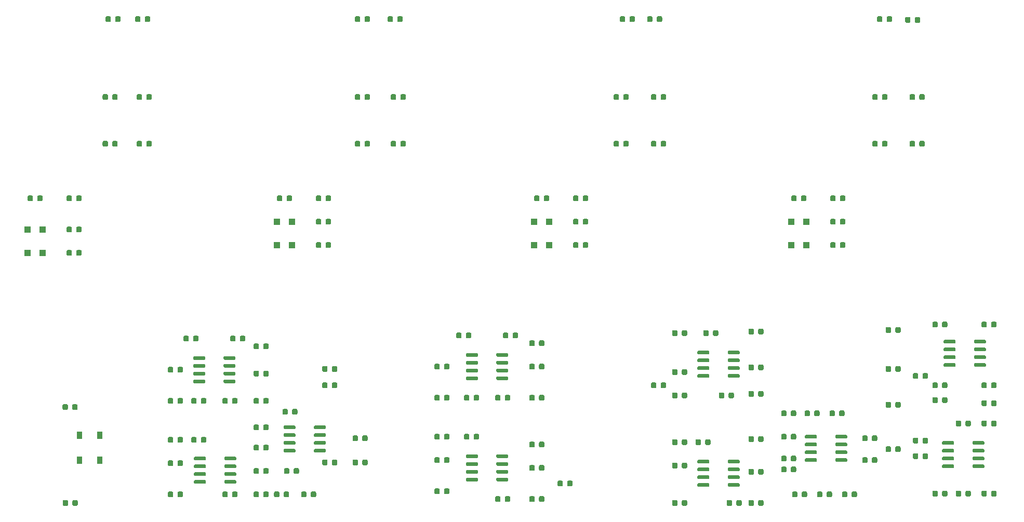
<source format=gbp>
G04 #@! TF.GenerationSoftware,KiCad,Pcbnew,(5.1.6-0-10_14)*
G04 #@! TF.CreationDate,2022-01-26T11:03:14+00:00*
G04 #@! TF.ProjectId,Quad Tube VCA,51756164-2054-4756-9265-205643412e6b,rev?*
G04 #@! TF.SameCoordinates,Original*
G04 #@! TF.FileFunction,Paste,Bot*
G04 #@! TF.FilePolarity,Positive*
%FSLAX46Y46*%
G04 Gerber Fmt 4.6, Leading zero omitted, Abs format (unit mm)*
G04 Created by KiCad (PCBNEW (5.1.6-0-10_14)) date 2022-01-26 11:03:14*
%MOMM*%
%LPD*%
G01*
G04 APERTURE LIST*
%ADD10R,0.900000X1.200000*%
%ADD11R,1.000000X1.000000*%
G04 APERTURE END LIST*
D10*
X77090000Y-131318000D03*
X80390000Y-131318000D03*
X80390000Y-135382000D03*
X77090000Y-135382000D03*
G36*
G01*
X222607000Y-136548000D02*
X222607000Y-136248000D01*
G75*
G02*
X222757000Y-136098000I150000J0D01*
G01*
X224407000Y-136098000D01*
G75*
G02*
X224557000Y-136248000I0J-150000D01*
G01*
X224557000Y-136548000D01*
G75*
G02*
X224407000Y-136698000I-150000J0D01*
G01*
X222757000Y-136698000D01*
G75*
G02*
X222607000Y-136548000I0J150000D01*
G01*
G37*
G36*
G01*
X222607000Y-135278000D02*
X222607000Y-134978000D01*
G75*
G02*
X222757000Y-134828000I150000J0D01*
G01*
X224407000Y-134828000D01*
G75*
G02*
X224557000Y-134978000I0J-150000D01*
G01*
X224557000Y-135278000D01*
G75*
G02*
X224407000Y-135428000I-150000J0D01*
G01*
X222757000Y-135428000D01*
G75*
G02*
X222607000Y-135278000I0J150000D01*
G01*
G37*
G36*
G01*
X222607000Y-134008000D02*
X222607000Y-133708000D01*
G75*
G02*
X222757000Y-133558000I150000J0D01*
G01*
X224407000Y-133558000D01*
G75*
G02*
X224557000Y-133708000I0J-150000D01*
G01*
X224557000Y-134008000D01*
G75*
G02*
X224407000Y-134158000I-150000J0D01*
G01*
X222757000Y-134158000D01*
G75*
G02*
X222607000Y-134008000I0J150000D01*
G01*
G37*
G36*
G01*
X222607000Y-132738000D02*
X222607000Y-132438000D01*
G75*
G02*
X222757000Y-132288000I150000J0D01*
G01*
X224407000Y-132288000D01*
G75*
G02*
X224557000Y-132438000I0J-150000D01*
G01*
X224557000Y-132738000D01*
G75*
G02*
X224407000Y-132888000I-150000J0D01*
G01*
X222757000Y-132888000D01*
G75*
G02*
X222607000Y-132738000I0J150000D01*
G01*
G37*
G36*
G01*
X217657000Y-132738000D02*
X217657000Y-132438000D01*
G75*
G02*
X217807000Y-132288000I150000J0D01*
G01*
X219457000Y-132288000D01*
G75*
G02*
X219607000Y-132438000I0J-150000D01*
G01*
X219607000Y-132738000D01*
G75*
G02*
X219457000Y-132888000I-150000J0D01*
G01*
X217807000Y-132888000D01*
G75*
G02*
X217657000Y-132738000I0J150000D01*
G01*
G37*
G36*
G01*
X217657000Y-134008000D02*
X217657000Y-133708000D01*
G75*
G02*
X217807000Y-133558000I150000J0D01*
G01*
X219457000Y-133558000D01*
G75*
G02*
X219607000Y-133708000I0J-150000D01*
G01*
X219607000Y-134008000D01*
G75*
G02*
X219457000Y-134158000I-150000J0D01*
G01*
X217807000Y-134158000D01*
G75*
G02*
X217657000Y-134008000I0J150000D01*
G01*
G37*
G36*
G01*
X217657000Y-135278000D02*
X217657000Y-134978000D01*
G75*
G02*
X217807000Y-134828000I150000J0D01*
G01*
X219457000Y-134828000D01*
G75*
G02*
X219607000Y-134978000I0J-150000D01*
G01*
X219607000Y-135278000D01*
G75*
G02*
X219457000Y-135428000I-150000J0D01*
G01*
X217807000Y-135428000D01*
G75*
G02*
X217657000Y-135278000I0J150000D01*
G01*
G37*
G36*
G01*
X217657000Y-136548000D02*
X217657000Y-136248000D01*
G75*
G02*
X217807000Y-136098000I150000J0D01*
G01*
X219457000Y-136098000D01*
G75*
G02*
X219607000Y-136248000I0J-150000D01*
G01*
X219607000Y-136548000D01*
G75*
G02*
X219457000Y-136698000I-150000J0D01*
G01*
X217807000Y-136698000D01*
G75*
G02*
X217657000Y-136548000I0J150000D01*
G01*
G37*
G36*
G01*
X100687000Y-139088000D02*
X100687000Y-138788000D01*
G75*
G02*
X100837000Y-138638000I150000J0D01*
G01*
X102487000Y-138638000D01*
G75*
G02*
X102637000Y-138788000I0J-150000D01*
G01*
X102637000Y-139088000D01*
G75*
G02*
X102487000Y-139238000I-150000J0D01*
G01*
X100837000Y-139238000D01*
G75*
G02*
X100687000Y-139088000I0J150000D01*
G01*
G37*
G36*
G01*
X100687000Y-137818000D02*
X100687000Y-137518000D01*
G75*
G02*
X100837000Y-137368000I150000J0D01*
G01*
X102487000Y-137368000D01*
G75*
G02*
X102637000Y-137518000I0J-150000D01*
G01*
X102637000Y-137818000D01*
G75*
G02*
X102487000Y-137968000I-150000J0D01*
G01*
X100837000Y-137968000D01*
G75*
G02*
X100687000Y-137818000I0J150000D01*
G01*
G37*
G36*
G01*
X100687000Y-136548000D02*
X100687000Y-136248000D01*
G75*
G02*
X100837000Y-136098000I150000J0D01*
G01*
X102487000Y-136098000D01*
G75*
G02*
X102637000Y-136248000I0J-150000D01*
G01*
X102637000Y-136548000D01*
G75*
G02*
X102487000Y-136698000I-150000J0D01*
G01*
X100837000Y-136698000D01*
G75*
G02*
X100687000Y-136548000I0J150000D01*
G01*
G37*
G36*
G01*
X100687000Y-135278000D02*
X100687000Y-134978000D01*
G75*
G02*
X100837000Y-134828000I150000J0D01*
G01*
X102487000Y-134828000D01*
G75*
G02*
X102637000Y-134978000I0J-150000D01*
G01*
X102637000Y-135278000D01*
G75*
G02*
X102487000Y-135428000I-150000J0D01*
G01*
X100837000Y-135428000D01*
G75*
G02*
X100687000Y-135278000I0J150000D01*
G01*
G37*
G36*
G01*
X95737000Y-135278000D02*
X95737000Y-134978000D01*
G75*
G02*
X95887000Y-134828000I150000J0D01*
G01*
X97537000Y-134828000D01*
G75*
G02*
X97687000Y-134978000I0J-150000D01*
G01*
X97687000Y-135278000D01*
G75*
G02*
X97537000Y-135428000I-150000J0D01*
G01*
X95887000Y-135428000D01*
G75*
G02*
X95737000Y-135278000I0J150000D01*
G01*
G37*
G36*
G01*
X95737000Y-136548000D02*
X95737000Y-136248000D01*
G75*
G02*
X95887000Y-136098000I150000J0D01*
G01*
X97537000Y-136098000D01*
G75*
G02*
X97687000Y-136248000I0J-150000D01*
G01*
X97687000Y-136548000D01*
G75*
G02*
X97537000Y-136698000I-150000J0D01*
G01*
X95887000Y-136698000D01*
G75*
G02*
X95737000Y-136548000I0J150000D01*
G01*
G37*
G36*
G01*
X95737000Y-137818000D02*
X95737000Y-137518000D01*
G75*
G02*
X95887000Y-137368000I150000J0D01*
G01*
X97537000Y-137368000D01*
G75*
G02*
X97687000Y-137518000I0J-150000D01*
G01*
X97687000Y-137818000D01*
G75*
G02*
X97537000Y-137968000I-150000J0D01*
G01*
X95887000Y-137968000D01*
G75*
G02*
X95737000Y-137818000I0J150000D01*
G01*
G37*
G36*
G01*
X95737000Y-139088000D02*
X95737000Y-138788000D01*
G75*
G02*
X95887000Y-138638000I150000J0D01*
G01*
X97537000Y-138638000D01*
G75*
G02*
X97687000Y-138788000I0J-150000D01*
G01*
X97687000Y-139088000D01*
G75*
G02*
X97537000Y-139238000I-150000J0D01*
G01*
X95887000Y-139238000D01*
G75*
G02*
X95737000Y-139088000I0J150000D01*
G01*
G37*
G36*
G01*
X205517000Y-131569750D02*
X205517000Y-132082250D01*
G75*
G02*
X205298250Y-132301000I-218750J0D01*
G01*
X204860750Y-132301000D01*
G75*
G02*
X204642000Y-132082250I0J218750D01*
G01*
X204642000Y-131569750D01*
G75*
G02*
X204860750Y-131351000I218750J0D01*
G01*
X205298250Y-131351000D01*
G75*
G02*
X205517000Y-131569750I0J-218750D01*
G01*
G37*
G36*
G01*
X207092000Y-131569750D02*
X207092000Y-132082250D01*
G75*
G02*
X206873250Y-132301000I-218750J0D01*
G01*
X206435750Y-132301000D01*
G75*
G02*
X206217000Y-132082250I0J218750D01*
G01*
X206217000Y-131569750D01*
G75*
G02*
X206435750Y-131351000I218750J0D01*
G01*
X206873250Y-131351000D01*
G75*
G02*
X207092000Y-131569750I0J-218750D01*
G01*
G37*
G36*
G01*
X198851000Y-141226250D02*
X198851000Y-140713750D01*
G75*
G02*
X199069750Y-140495000I218750J0D01*
G01*
X199507250Y-140495000D01*
G75*
G02*
X199726000Y-140713750I0J-218750D01*
G01*
X199726000Y-141226250D01*
G75*
G02*
X199507250Y-141445000I-218750J0D01*
G01*
X199069750Y-141445000D01*
G75*
G02*
X198851000Y-141226250I0J218750D01*
G01*
G37*
G36*
G01*
X197276000Y-141226250D02*
X197276000Y-140713750D01*
G75*
G02*
X197494750Y-140495000I218750J0D01*
G01*
X197932250Y-140495000D01*
G75*
G02*
X198151000Y-140713750I0J-218750D01*
G01*
X198151000Y-141226250D01*
G75*
G02*
X197932250Y-141445000I-218750J0D01*
G01*
X197494750Y-141445000D01*
G75*
G02*
X197276000Y-141226250I0J218750D01*
G01*
G37*
G36*
G01*
X122459000Y-131569750D02*
X122459000Y-132082250D01*
G75*
G02*
X122240250Y-132301000I-218750J0D01*
G01*
X121802750Y-132301000D01*
G75*
G02*
X121584000Y-132082250I0J218750D01*
G01*
X121584000Y-131569750D01*
G75*
G02*
X121802750Y-131351000I218750J0D01*
G01*
X122240250Y-131351000D01*
G75*
G02*
X122459000Y-131569750I0J-218750D01*
G01*
G37*
G36*
G01*
X124034000Y-131569750D02*
X124034000Y-132082250D01*
G75*
G02*
X123815250Y-132301000I-218750J0D01*
G01*
X123377750Y-132301000D01*
G75*
G02*
X123159000Y-132082250I0J218750D01*
G01*
X123159000Y-131569750D01*
G75*
G02*
X123377750Y-131351000I218750J0D01*
G01*
X123815250Y-131351000D01*
G75*
G02*
X124034000Y-131569750I0J-218750D01*
G01*
G37*
G36*
G01*
X111983000Y-137416250D02*
X111983000Y-136903750D01*
G75*
G02*
X112201750Y-136685000I218750J0D01*
G01*
X112639250Y-136685000D01*
G75*
G02*
X112858000Y-136903750I0J-218750D01*
G01*
X112858000Y-137416250D01*
G75*
G02*
X112639250Y-137635000I-218750J0D01*
G01*
X112201750Y-137635000D01*
G75*
G02*
X111983000Y-137416250I0J218750D01*
G01*
G37*
G36*
G01*
X110408000Y-137416250D02*
X110408000Y-136903750D01*
G75*
G02*
X110626750Y-136685000I218750J0D01*
G01*
X111064250Y-136685000D01*
G75*
G02*
X111283000Y-136903750I0J-218750D01*
G01*
X111283000Y-137416250D01*
G75*
G02*
X111064250Y-137635000I-218750J0D01*
G01*
X110626750Y-137635000D01*
G75*
G02*
X110408000Y-137416250I0J218750D01*
G01*
G37*
G36*
G01*
X200183000Y-127505750D02*
X200183000Y-128018250D01*
G75*
G02*
X199964250Y-128237000I-218750J0D01*
G01*
X199526750Y-128237000D01*
G75*
G02*
X199308000Y-128018250I0J218750D01*
G01*
X199308000Y-127505750D01*
G75*
G02*
X199526750Y-127287000I218750J0D01*
G01*
X199964250Y-127287000D01*
G75*
G02*
X200183000Y-127505750I0J-218750D01*
G01*
G37*
G36*
G01*
X201758000Y-127505750D02*
X201758000Y-128018250D01*
G75*
G02*
X201539250Y-128237000I-218750J0D01*
G01*
X201101750Y-128237000D01*
G75*
G02*
X200883000Y-128018250I0J218750D01*
G01*
X200883000Y-127505750D01*
G75*
G02*
X201101750Y-127287000I218750J0D01*
G01*
X201539250Y-127287000D01*
G75*
G02*
X201758000Y-127505750I0J-218750D01*
G01*
G37*
G36*
G01*
X192309000Y-134871750D02*
X192309000Y-135384250D01*
G75*
G02*
X192090250Y-135603000I-218750J0D01*
G01*
X191652750Y-135603000D01*
G75*
G02*
X191434000Y-135384250I0J218750D01*
G01*
X191434000Y-134871750D01*
G75*
G02*
X191652750Y-134653000I218750J0D01*
G01*
X192090250Y-134653000D01*
G75*
G02*
X192309000Y-134871750I0J-218750D01*
G01*
G37*
G36*
G01*
X193884000Y-134871750D02*
X193884000Y-135384250D01*
G75*
G02*
X193665250Y-135603000I-218750J0D01*
G01*
X193227750Y-135603000D01*
G75*
G02*
X193009000Y-135384250I0J218750D01*
G01*
X193009000Y-134871750D01*
G75*
G02*
X193227750Y-134653000I218750J0D01*
G01*
X193665250Y-134653000D01*
G75*
G02*
X193884000Y-134871750I0J-218750D01*
G01*
G37*
G36*
G01*
X117506000Y-122933750D02*
X117506000Y-123446250D01*
G75*
G02*
X117287250Y-123665000I-218750J0D01*
G01*
X116849750Y-123665000D01*
G75*
G02*
X116631000Y-123446250I0J218750D01*
G01*
X116631000Y-122933750D01*
G75*
G02*
X116849750Y-122715000I218750J0D01*
G01*
X117287250Y-122715000D01*
G75*
G02*
X117506000Y-122933750I0J-218750D01*
G01*
G37*
G36*
G01*
X119081000Y-122933750D02*
X119081000Y-123446250D01*
G75*
G02*
X118862250Y-123665000I-218750J0D01*
G01*
X118424750Y-123665000D01*
G75*
G02*
X118206000Y-123446250I0J218750D01*
G01*
X118206000Y-122933750D01*
G75*
G02*
X118424750Y-122715000I218750J0D01*
G01*
X118862250Y-122715000D01*
G75*
G02*
X119081000Y-122933750I0J-218750D01*
G01*
G37*
G36*
G01*
X210027000Y-133860250D02*
X210027000Y-133347750D01*
G75*
G02*
X210245750Y-133129000I218750J0D01*
G01*
X210683250Y-133129000D01*
G75*
G02*
X210902000Y-133347750I0J-218750D01*
G01*
X210902000Y-133860250D01*
G75*
G02*
X210683250Y-134079000I-218750J0D01*
G01*
X210245750Y-134079000D01*
G75*
G02*
X210027000Y-133860250I0J218750D01*
G01*
G37*
G36*
G01*
X208452000Y-133860250D02*
X208452000Y-133347750D01*
G75*
G02*
X208670750Y-133129000I218750J0D01*
G01*
X209108250Y-133129000D01*
G75*
G02*
X209327000Y-133347750I0J-218750D01*
G01*
X209327000Y-133860250D01*
G75*
G02*
X209108250Y-134079000I-218750J0D01*
G01*
X208670750Y-134079000D01*
G75*
G02*
X208452000Y-133860250I0J218750D01*
G01*
G37*
G36*
G01*
X192309000Y-131315750D02*
X192309000Y-131828250D01*
G75*
G02*
X192090250Y-132047000I-218750J0D01*
G01*
X191652750Y-132047000D01*
G75*
G02*
X191434000Y-131828250I0J218750D01*
G01*
X191434000Y-131315750D01*
G75*
G02*
X191652750Y-131097000I218750J0D01*
G01*
X192090250Y-131097000D01*
G75*
G02*
X192309000Y-131315750I0J-218750D01*
G01*
G37*
G36*
G01*
X193884000Y-131315750D02*
X193884000Y-131828250D01*
G75*
G02*
X193665250Y-132047000I-218750J0D01*
G01*
X193227750Y-132047000D01*
G75*
G02*
X193009000Y-131828250I0J218750D01*
G01*
X193009000Y-131315750D01*
G75*
G02*
X193227750Y-131097000I218750J0D01*
G01*
X193665250Y-131097000D01*
G75*
G02*
X193884000Y-131315750I0J-218750D01*
G01*
G37*
G36*
G01*
X118206000Y-120779250D02*
X118206000Y-120266750D01*
G75*
G02*
X118424750Y-120048000I218750J0D01*
G01*
X118862250Y-120048000D01*
G75*
G02*
X119081000Y-120266750I0J-218750D01*
G01*
X119081000Y-120779250D01*
G75*
G02*
X118862250Y-120998000I-218750J0D01*
G01*
X118424750Y-120998000D01*
G75*
G02*
X118206000Y-120779250I0J218750D01*
G01*
G37*
G36*
G01*
X116631000Y-120779250D02*
X116631000Y-120266750D01*
G75*
G02*
X116849750Y-120048000I218750J0D01*
G01*
X117287250Y-120048000D01*
G75*
G02*
X117506000Y-120266750I0J-218750D01*
G01*
X117506000Y-120779250D01*
G75*
G02*
X117287250Y-120998000I-218750J0D01*
G01*
X116849750Y-120998000D01*
G75*
G02*
X116631000Y-120779250I0J218750D01*
G01*
G37*
G36*
G01*
X107030000Y-130304250D02*
X107030000Y-129791750D01*
G75*
G02*
X107248750Y-129573000I218750J0D01*
G01*
X107686250Y-129573000D01*
G75*
G02*
X107905000Y-129791750I0J-218750D01*
G01*
X107905000Y-130304250D01*
G75*
G02*
X107686250Y-130523000I-218750J0D01*
G01*
X107248750Y-130523000D01*
G75*
G02*
X107030000Y-130304250I0J218750D01*
G01*
G37*
G36*
G01*
X105455000Y-130304250D02*
X105455000Y-129791750D01*
G75*
G02*
X105673750Y-129573000I218750J0D01*
G01*
X106111250Y-129573000D01*
G75*
G02*
X106330000Y-129791750I0J-218750D01*
G01*
X106330000Y-130304250D01*
G75*
G02*
X106111250Y-130523000I-218750J0D01*
G01*
X105673750Y-130523000D01*
G75*
G02*
X105455000Y-130304250I0J218750D01*
G01*
G37*
G36*
G01*
X200255000Y-135532000D02*
X200255000Y-135232000D01*
G75*
G02*
X200405000Y-135082000I150000J0D01*
G01*
X202055000Y-135082000D01*
G75*
G02*
X202205000Y-135232000I0J-150000D01*
G01*
X202205000Y-135532000D01*
G75*
G02*
X202055000Y-135682000I-150000J0D01*
G01*
X200405000Y-135682000D01*
G75*
G02*
X200255000Y-135532000I0J150000D01*
G01*
G37*
G36*
G01*
X200255000Y-134262000D02*
X200255000Y-133962000D01*
G75*
G02*
X200405000Y-133812000I150000J0D01*
G01*
X202055000Y-133812000D01*
G75*
G02*
X202205000Y-133962000I0J-150000D01*
G01*
X202205000Y-134262000D01*
G75*
G02*
X202055000Y-134412000I-150000J0D01*
G01*
X200405000Y-134412000D01*
G75*
G02*
X200255000Y-134262000I0J150000D01*
G01*
G37*
G36*
G01*
X200255000Y-132992000D02*
X200255000Y-132692000D01*
G75*
G02*
X200405000Y-132542000I150000J0D01*
G01*
X202055000Y-132542000D01*
G75*
G02*
X202205000Y-132692000I0J-150000D01*
G01*
X202205000Y-132992000D01*
G75*
G02*
X202055000Y-133142000I-150000J0D01*
G01*
X200405000Y-133142000D01*
G75*
G02*
X200255000Y-132992000I0J150000D01*
G01*
G37*
G36*
G01*
X200255000Y-131722000D02*
X200255000Y-131422000D01*
G75*
G02*
X200405000Y-131272000I150000J0D01*
G01*
X202055000Y-131272000D01*
G75*
G02*
X202205000Y-131422000I0J-150000D01*
G01*
X202205000Y-131722000D01*
G75*
G02*
X202055000Y-131872000I-150000J0D01*
G01*
X200405000Y-131872000D01*
G75*
G02*
X200255000Y-131722000I0J150000D01*
G01*
G37*
G36*
G01*
X195305000Y-131722000D02*
X195305000Y-131422000D01*
G75*
G02*
X195455000Y-131272000I150000J0D01*
G01*
X197105000Y-131272000D01*
G75*
G02*
X197255000Y-131422000I0J-150000D01*
G01*
X197255000Y-131722000D01*
G75*
G02*
X197105000Y-131872000I-150000J0D01*
G01*
X195455000Y-131872000D01*
G75*
G02*
X195305000Y-131722000I0J150000D01*
G01*
G37*
G36*
G01*
X195305000Y-132992000D02*
X195305000Y-132692000D01*
G75*
G02*
X195455000Y-132542000I150000J0D01*
G01*
X197105000Y-132542000D01*
G75*
G02*
X197255000Y-132692000I0J-150000D01*
G01*
X197255000Y-132992000D01*
G75*
G02*
X197105000Y-133142000I-150000J0D01*
G01*
X195455000Y-133142000D01*
G75*
G02*
X195305000Y-132992000I0J150000D01*
G01*
G37*
G36*
G01*
X195305000Y-134262000D02*
X195305000Y-133962000D01*
G75*
G02*
X195455000Y-133812000I150000J0D01*
G01*
X197105000Y-133812000D01*
G75*
G02*
X197255000Y-133962000I0J-150000D01*
G01*
X197255000Y-134262000D01*
G75*
G02*
X197105000Y-134412000I-150000J0D01*
G01*
X195455000Y-134412000D01*
G75*
G02*
X195305000Y-134262000I0J150000D01*
G01*
G37*
G36*
G01*
X195305000Y-135532000D02*
X195305000Y-135232000D01*
G75*
G02*
X195455000Y-135082000I150000J0D01*
G01*
X197105000Y-135082000D01*
G75*
G02*
X197255000Y-135232000I0J-150000D01*
G01*
X197255000Y-135532000D01*
G75*
G02*
X197105000Y-135682000I-150000J0D01*
G01*
X195455000Y-135682000D01*
G75*
G02*
X195305000Y-135532000I0J150000D01*
G01*
G37*
G36*
G01*
X115292000Y-134008000D02*
X115292000Y-133708000D01*
G75*
G02*
X115442000Y-133558000I150000J0D01*
G01*
X117092000Y-133558000D01*
G75*
G02*
X117242000Y-133708000I0J-150000D01*
G01*
X117242000Y-134008000D01*
G75*
G02*
X117092000Y-134158000I-150000J0D01*
G01*
X115442000Y-134158000D01*
G75*
G02*
X115292000Y-134008000I0J150000D01*
G01*
G37*
G36*
G01*
X115292000Y-132738000D02*
X115292000Y-132438000D01*
G75*
G02*
X115442000Y-132288000I150000J0D01*
G01*
X117092000Y-132288000D01*
G75*
G02*
X117242000Y-132438000I0J-150000D01*
G01*
X117242000Y-132738000D01*
G75*
G02*
X117092000Y-132888000I-150000J0D01*
G01*
X115442000Y-132888000D01*
G75*
G02*
X115292000Y-132738000I0J150000D01*
G01*
G37*
G36*
G01*
X115292000Y-131468000D02*
X115292000Y-131168000D01*
G75*
G02*
X115442000Y-131018000I150000J0D01*
G01*
X117092000Y-131018000D01*
G75*
G02*
X117242000Y-131168000I0J-150000D01*
G01*
X117242000Y-131468000D01*
G75*
G02*
X117092000Y-131618000I-150000J0D01*
G01*
X115442000Y-131618000D01*
G75*
G02*
X115292000Y-131468000I0J150000D01*
G01*
G37*
G36*
G01*
X115292000Y-130198000D02*
X115292000Y-129898000D01*
G75*
G02*
X115442000Y-129748000I150000J0D01*
G01*
X117092000Y-129748000D01*
G75*
G02*
X117242000Y-129898000I0J-150000D01*
G01*
X117242000Y-130198000D01*
G75*
G02*
X117092000Y-130348000I-150000J0D01*
G01*
X115442000Y-130348000D01*
G75*
G02*
X115292000Y-130198000I0J150000D01*
G01*
G37*
G36*
G01*
X110342000Y-130198000D02*
X110342000Y-129898000D01*
G75*
G02*
X110492000Y-129748000I150000J0D01*
G01*
X112142000Y-129748000D01*
G75*
G02*
X112292000Y-129898000I0J-150000D01*
G01*
X112292000Y-130198000D01*
G75*
G02*
X112142000Y-130348000I-150000J0D01*
G01*
X110492000Y-130348000D01*
G75*
G02*
X110342000Y-130198000I0J150000D01*
G01*
G37*
G36*
G01*
X110342000Y-131468000D02*
X110342000Y-131168000D01*
G75*
G02*
X110492000Y-131018000I150000J0D01*
G01*
X112142000Y-131018000D01*
G75*
G02*
X112292000Y-131168000I0J-150000D01*
G01*
X112292000Y-131468000D01*
G75*
G02*
X112142000Y-131618000I-150000J0D01*
G01*
X110492000Y-131618000D01*
G75*
G02*
X110342000Y-131468000I0J150000D01*
G01*
G37*
G36*
G01*
X110342000Y-132738000D02*
X110342000Y-132438000D01*
G75*
G02*
X110492000Y-132288000I150000J0D01*
G01*
X112142000Y-132288000D01*
G75*
G02*
X112292000Y-132438000I0J-150000D01*
G01*
X112292000Y-132738000D01*
G75*
G02*
X112142000Y-132888000I-150000J0D01*
G01*
X110492000Y-132888000D01*
G75*
G02*
X110342000Y-132738000I0J150000D01*
G01*
G37*
G36*
G01*
X110342000Y-134008000D02*
X110342000Y-133708000D01*
G75*
G02*
X110492000Y-133558000I150000J0D01*
G01*
X112142000Y-133558000D01*
G75*
G02*
X112292000Y-133708000I0J-150000D01*
G01*
X112292000Y-134008000D01*
G75*
G02*
X112142000Y-134158000I-150000J0D01*
G01*
X110492000Y-134158000D01*
G75*
G02*
X110342000Y-134008000I0J150000D01*
G01*
G37*
G36*
G01*
X196819000Y-128018250D02*
X196819000Y-127505750D01*
G75*
G02*
X197037750Y-127287000I218750J0D01*
G01*
X197475250Y-127287000D01*
G75*
G02*
X197694000Y-127505750I0J-218750D01*
G01*
X197694000Y-128018250D01*
G75*
G02*
X197475250Y-128237000I-218750J0D01*
G01*
X197037750Y-128237000D01*
G75*
G02*
X196819000Y-128018250I0J218750D01*
G01*
G37*
G36*
G01*
X195244000Y-128018250D02*
X195244000Y-127505750D01*
G75*
G02*
X195462750Y-127287000I218750J0D01*
G01*
X195900250Y-127287000D01*
G75*
G02*
X196119000Y-127505750I0J-218750D01*
G01*
X196119000Y-128018250D01*
G75*
G02*
X195900250Y-128237000I-218750J0D01*
G01*
X195462750Y-128237000D01*
G75*
G02*
X195244000Y-128018250I0J218750D01*
G01*
G37*
G36*
G01*
X202915000Y-141226250D02*
X202915000Y-140713750D01*
G75*
G02*
X203133750Y-140495000I218750J0D01*
G01*
X203571250Y-140495000D01*
G75*
G02*
X203790000Y-140713750I0J-218750D01*
G01*
X203790000Y-141226250D01*
G75*
G02*
X203571250Y-141445000I-218750J0D01*
G01*
X203133750Y-141445000D01*
G75*
G02*
X202915000Y-141226250I0J218750D01*
G01*
G37*
G36*
G01*
X201340000Y-141226250D02*
X201340000Y-140713750D01*
G75*
G02*
X201558750Y-140495000I218750J0D01*
G01*
X201996250Y-140495000D01*
G75*
G02*
X202215000Y-140713750I0J-218750D01*
G01*
X202215000Y-141226250D01*
G75*
G02*
X201996250Y-141445000I-218750J0D01*
G01*
X201558750Y-141445000D01*
G75*
G02*
X201340000Y-141226250I0J218750D01*
G01*
G37*
G36*
G01*
X111729000Y-127764250D02*
X111729000Y-127251750D01*
G75*
G02*
X111947750Y-127033000I218750J0D01*
G01*
X112385250Y-127033000D01*
G75*
G02*
X112604000Y-127251750I0J-218750D01*
G01*
X112604000Y-127764250D01*
G75*
G02*
X112385250Y-127983000I-218750J0D01*
G01*
X111947750Y-127983000D01*
G75*
G02*
X111729000Y-127764250I0J218750D01*
G01*
G37*
G36*
G01*
X110154000Y-127764250D02*
X110154000Y-127251750D01*
G75*
G02*
X110372750Y-127033000I218750J0D01*
G01*
X110810250Y-127033000D01*
G75*
G02*
X111029000Y-127251750I0J-218750D01*
G01*
X111029000Y-127764250D01*
G75*
G02*
X110810250Y-127983000I-218750J0D01*
G01*
X110372750Y-127983000D01*
G75*
G02*
X110154000Y-127764250I0J218750D01*
G01*
G37*
G36*
G01*
X118206000Y-136019250D02*
X118206000Y-135506750D01*
G75*
G02*
X118424750Y-135288000I218750J0D01*
G01*
X118862250Y-135288000D01*
G75*
G02*
X119081000Y-135506750I0J-218750D01*
G01*
X119081000Y-136019250D01*
G75*
G02*
X118862250Y-136238000I-218750J0D01*
G01*
X118424750Y-136238000D01*
G75*
G02*
X118206000Y-136019250I0J218750D01*
G01*
G37*
G36*
G01*
X116631000Y-136019250D02*
X116631000Y-135506750D01*
G75*
G02*
X116849750Y-135288000I218750J0D01*
G01*
X117287250Y-135288000D01*
G75*
G02*
X117506000Y-135506750I0J-218750D01*
G01*
X117506000Y-136019250D01*
G75*
G02*
X117287250Y-136238000I-218750J0D01*
G01*
X116849750Y-136238000D01*
G75*
G02*
X116631000Y-136019250I0J218750D01*
G01*
G37*
G36*
G01*
X186975000Y-142110750D02*
X186975000Y-142623250D01*
G75*
G02*
X186756250Y-142842000I-218750J0D01*
G01*
X186318750Y-142842000D01*
G75*
G02*
X186100000Y-142623250I0J218750D01*
G01*
X186100000Y-142110750D01*
G75*
G02*
X186318750Y-141892000I218750J0D01*
G01*
X186756250Y-141892000D01*
G75*
G02*
X186975000Y-142110750I0J-218750D01*
G01*
G37*
G36*
G01*
X188550000Y-142110750D02*
X188550000Y-142623250D01*
G75*
G02*
X188331250Y-142842000I-218750J0D01*
G01*
X187893750Y-142842000D01*
G75*
G02*
X187675000Y-142623250I0J218750D01*
G01*
X187675000Y-142110750D01*
G75*
G02*
X187893750Y-141892000I218750J0D01*
G01*
X188331250Y-141892000D01*
G75*
G02*
X188550000Y-142110750I0J-218750D01*
G01*
G37*
G36*
G01*
X187675000Y-137543250D02*
X187675000Y-137030750D01*
G75*
G02*
X187893750Y-136812000I218750J0D01*
G01*
X188331250Y-136812000D01*
G75*
G02*
X188550000Y-137030750I0J-218750D01*
G01*
X188550000Y-137543250D01*
G75*
G02*
X188331250Y-137762000I-218750J0D01*
G01*
X187893750Y-137762000D01*
G75*
G02*
X187675000Y-137543250I0J218750D01*
G01*
G37*
G36*
G01*
X186100000Y-137543250D02*
X186100000Y-137030750D01*
G75*
G02*
X186318750Y-136812000I218750J0D01*
G01*
X186756250Y-136812000D01*
G75*
G02*
X186975000Y-137030750I0J-218750D01*
G01*
X186975000Y-137543250D01*
G75*
G02*
X186756250Y-137762000I-218750J0D01*
G01*
X186318750Y-137762000D01*
G75*
G02*
X186100000Y-137543250I0J218750D01*
G01*
G37*
G36*
G01*
X225648000Y-113540250D02*
X225648000Y-113027750D01*
G75*
G02*
X225866750Y-112809000I218750J0D01*
G01*
X226304250Y-112809000D01*
G75*
G02*
X226523000Y-113027750I0J-218750D01*
G01*
X226523000Y-113540250D01*
G75*
G02*
X226304250Y-113759000I-218750J0D01*
G01*
X225866750Y-113759000D01*
G75*
G02*
X225648000Y-113540250I0J218750D01*
G01*
G37*
G36*
G01*
X224073000Y-113540250D02*
X224073000Y-113027750D01*
G75*
G02*
X224291750Y-112809000I218750J0D01*
G01*
X224729250Y-112809000D01*
G75*
G02*
X224948000Y-113027750I0J-218750D01*
G01*
X224948000Y-113540250D01*
G75*
G02*
X224729250Y-113759000I-218750J0D01*
G01*
X224291750Y-113759000D01*
G75*
G02*
X224073000Y-113540250I0J218750D01*
G01*
G37*
G36*
G01*
X210027000Y-114429250D02*
X210027000Y-113916750D01*
G75*
G02*
X210245750Y-113698000I218750J0D01*
G01*
X210683250Y-113698000D01*
G75*
G02*
X210902000Y-113916750I0J-218750D01*
G01*
X210902000Y-114429250D01*
G75*
G02*
X210683250Y-114648000I-218750J0D01*
G01*
X210245750Y-114648000D01*
G75*
G02*
X210027000Y-114429250I0J218750D01*
G01*
G37*
G36*
G01*
X208452000Y-114429250D02*
X208452000Y-113916750D01*
G75*
G02*
X208670750Y-113698000I218750J0D01*
G01*
X209108250Y-113698000D01*
G75*
G02*
X209327000Y-113916750I0J-218750D01*
G01*
X209327000Y-114429250D01*
G75*
G02*
X209108250Y-114648000I-218750J0D01*
G01*
X208670750Y-114648000D01*
G75*
G02*
X208452000Y-114429250I0J218750D01*
G01*
G37*
G36*
G01*
X194660000Y-92966250D02*
X194660000Y-92453750D01*
G75*
G02*
X194878750Y-92235000I218750J0D01*
G01*
X195316250Y-92235000D01*
G75*
G02*
X195535000Y-92453750I0J-218750D01*
G01*
X195535000Y-92966250D01*
G75*
G02*
X195316250Y-93185000I-218750J0D01*
G01*
X194878750Y-93185000D01*
G75*
G02*
X194660000Y-92966250I0J218750D01*
G01*
G37*
G36*
G01*
X193085000Y-92966250D02*
X193085000Y-92453750D01*
G75*
G02*
X193303750Y-92235000I218750J0D01*
G01*
X193741250Y-92235000D01*
G75*
G02*
X193960000Y-92453750I0J-218750D01*
G01*
X193960000Y-92966250D01*
G75*
G02*
X193741250Y-93185000I-218750J0D01*
G01*
X193303750Y-93185000D01*
G75*
G02*
X193085000Y-92966250I0J218750D01*
G01*
G37*
G36*
G01*
X200310000Y-92453750D02*
X200310000Y-92966250D01*
G75*
G02*
X200091250Y-93185000I-218750J0D01*
G01*
X199653750Y-93185000D01*
G75*
G02*
X199435000Y-92966250I0J218750D01*
G01*
X199435000Y-92453750D01*
G75*
G02*
X199653750Y-92235000I218750J0D01*
G01*
X200091250Y-92235000D01*
G75*
G02*
X200310000Y-92453750I0J-218750D01*
G01*
G37*
G36*
G01*
X201885000Y-92453750D02*
X201885000Y-92966250D01*
G75*
G02*
X201666250Y-93185000I-218750J0D01*
G01*
X201228750Y-93185000D01*
G75*
G02*
X201010000Y-92966250I0J218750D01*
G01*
X201010000Y-92453750D01*
G75*
G02*
X201228750Y-92235000I218750J0D01*
G01*
X201666250Y-92235000D01*
G75*
G02*
X201885000Y-92453750I0J-218750D01*
G01*
G37*
G36*
G01*
X214472000Y-121922250D02*
X214472000Y-121409750D01*
G75*
G02*
X214690750Y-121191000I218750J0D01*
G01*
X215128250Y-121191000D01*
G75*
G02*
X215347000Y-121409750I0J-218750D01*
G01*
X215347000Y-121922250D01*
G75*
G02*
X215128250Y-122141000I-218750J0D01*
G01*
X214690750Y-122141000D01*
G75*
G02*
X214472000Y-121922250I0J218750D01*
G01*
G37*
G36*
G01*
X212897000Y-121922250D02*
X212897000Y-121409750D01*
G75*
G02*
X213115750Y-121191000I218750J0D01*
G01*
X213553250Y-121191000D01*
G75*
G02*
X213772000Y-121409750I0J-218750D01*
G01*
X213772000Y-121922250D01*
G75*
G02*
X213553250Y-122141000I-218750J0D01*
G01*
X213115750Y-122141000D01*
G75*
G02*
X212897000Y-121922250I0J218750D01*
G01*
G37*
G36*
G01*
X209327000Y-126108750D02*
X209327000Y-126621250D01*
G75*
G02*
X209108250Y-126840000I-218750J0D01*
G01*
X208670750Y-126840000D01*
G75*
G02*
X208452000Y-126621250I0J218750D01*
G01*
X208452000Y-126108750D01*
G75*
G02*
X208670750Y-125890000I218750J0D01*
G01*
X209108250Y-125890000D01*
G75*
G02*
X209327000Y-126108750I0J-218750D01*
G01*
G37*
G36*
G01*
X210902000Y-126108750D02*
X210902000Y-126621250D01*
G75*
G02*
X210683250Y-126840000I-218750J0D01*
G01*
X210245750Y-126840000D01*
G75*
G02*
X210027000Y-126621250I0J218750D01*
G01*
X210027000Y-126108750D01*
G75*
G02*
X210245750Y-125890000I218750J0D01*
G01*
X210683250Y-125890000D01*
G75*
G02*
X210902000Y-126108750I0J-218750D01*
G01*
G37*
G36*
G01*
X201010000Y-96776250D02*
X201010000Y-96263750D01*
G75*
G02*
X201228750Y-96045000I218750J0D01*
G01*
X201666250Y-96045000D01*
G75*
G02*
X201885000Y-96263750I0J-218750D01*
G01*
X201885000Y-96776250D01*
G75*
G02*
X201666250Y-96995000I-218750J0D01*
G01*
X201228750Y-96995000D01*
G75*
G02*
X201010000Y-96776250I0J218750D01*
G01*
G37*
G36*
G01*
X199435000Y-96776250D02*
X199435000Y-96263750D01*
G75*
G02*
X199653750Y-96045000I218750J0D01*
G01*
X200091250Y-96045000D01*
G75*
G02*
X200310000Y-96263750I0J-218750D01*
G01*
X200310000Y-96776250D01*
G75*
G02*
X200091250Y-96995000I-218750J0D01*
G01*
X199653750Y-96995000D01*
G75*
G02*
X199435000Y-96776250I0J218750D01*
G01*
G37*
G36*
G01*
X213238500Y-83563750D02*
X213238500Y-84076250D01*
G75*
G02*
X213019750Y-84295000I-218750J0D01*
G01*
X212582250Y-84295000D01*
G75*
G02*
X212363500Y-84076250I0J218750D01*
G01*
X212363500Y-83563750D01*
G75*
G02*
X212582250Y-83345000I218750J0D01*
G01*
X213019750Y-83345000D01*
G75*
G02*
X213238500Y-83563750I0J-218750D01*
G01*
G37*
G36*
G01*
X214813500Y-83563750D02*
X214813500Y-84076250D01*
G75*
G02*
X214594750Y-84295000I-218750J0D01*
G01*
X214157250Y-84295000D01*
G75*
G02*
X213938500Y-84076250I0J218750D01*
G01*
X213938500Y-83563750D01*
G75*
G02*
X214157250Y-83345000I218750J0D01*
G01*
X214594750Y-83345000D01*
G75*
G02*
X214813500Y-83563750I0J-218750D01*
G01*
G37*
G36*
G01*
X201010000Y-100586250D02*
X201010000Y-100073750D01*
G75*
G02*
X201228750Y-99855000I218750J0D01*
G01*
X201666250Y-99855000D01*
G75*
G02*
X201885000Y-100073750I0J-218750D01*
G01*
X201885000Y-100586250D01*
G75*
G02*
X201666250Y-100805000I-218750J0D01*
G01*
X201228750Y-100805000D01*
G75*
G02*
X201010000Y-100586250I0J218750D01*
G01*
G37*
G36*
G01*
X199435000Y-100586250D02*
X199435000Y-100073750D01*
G75*
G02*
X199653750Y-99855000I218750J0D01*
G01*
X200091250Y-99855000D01*
G75*
G02*
X200310000Y-100073750I0J-218750D01*
G01*
X200310000Y-100586250D01*
G75*
G02*
X200091250Y-100805000I-218750J0D01*
G01*
X199653750Y-100805000D01*
G75*
G02*
X199435000Y-100586250I0J218750D01*
G01*
G37*
G36*
G01*
X207168000Y-83563750D02*
X207168000Y-84076250D01*
G75*
G02*
X206949250Y-84295000I-218750J0D01*
G01*
X206511750Y-84295000D01*
G75*
G02*
X206293000Y-84076250I0J218750D01*
G01*
X206293000Y-83563750D01*
G75*
G02*
X206511750Y-83345000I218750J0D01*
G01*
X206949250Y-83345000D01*
G75*
G02*
X207168000Y-83563750I0J-218750D01*
G01*
G37*
G36*
G01*
X208743000Y-83563750D02*
X208743000Y-84076250D01*
G75*
G02*
X208524250Y-84295000I-218750J0D01*
G01*
X208086750Y-84295000D01*
G75*
G02*
X207868000Y-84076250I0J218750D01*
G01*
X207868000Y-83563750D01*
G75*
G02*
X208086750Y-83345000I218750J0D01*
G01*
X208524250Y-83345000D01*
G75*
G02*
X208743000Y-83563750I0J-218750D01*
G01*
G37*
G36*
G01*
X207868000Y-76456250D02*
X207868000Y-75943750D01*
G75*
G02*
X208086750Y-75725000I218750J0D01*
G01*
X208524250Y-75725000D01*
G75*
G02*
X208743000Y-75943750I0J-218750D01*
G01*
X208743000Y-76456250D01*
G75*
G02*
X208524250Y-76675000I-218750J0D01*
G01*
X208086750Y-76675000D01*
G75*
G02*
X207868000Y-76456250I0J218750D01*
G01*
G37*
G36*
G01*
X206293000Y-76456250D02*
X206293000Y-75943750D01*
G75*
G02*
X206511750Y-75725000I218750J0D01*
G01*
X206949250Y-75725000D01*
G75*
G02*
X207168000Y-75943750I0J-218750D01*
G01*
X207168000Y-76456250D01*
G75*
G02*
X206949250Y-76675000I-218750J0D01*
G01*
X206511750Y-76675000D01*
G75*
G02*
X206293000Y-76456250I0J218750D01*
G01*
G37*
G36*
G01*
X213938500Y-76456250D02*
X213938500Y-75943750D01*
G75*
G02*
X214157250Y-75725000I218750J0D01*
G01*
X214594750Y-75725000D01*
G75*
G02*
X214813500Y-75943750I0J-218750D01*
G01*
X214813500Y-76456250D01*
G75*
G02*
X214594750Y-76675000I-218750J0D01*
G01*
X214157250Y-76675000D01*
G75*
G02*
X213938500Y-76456250I0J218750D01*
G01*
G37*
G36*
G01*
X212363500Y-76456250D02*
X212363500Y-75943750D01*
G75*
G02*
X212582250Y-75725000I218750J0D01*
G01*
X213019750Y-75725000D01*
G75*
G02*
X213238500Y-75943750I0J-218750D01*
G01*
X213238500Y-76456250D01*
G75*
G02*
X213019750Y-76675000I-218750J0D01*
G01*
X212582250Y-76675000D01*
G75*
G02*
X212363500Y-76456250I0J218750D01*
G01*
G37*
G36*
G01*
X206217000Y-135638250D02*
X206217000Y-135125750D01*
G75*
G02*
X206435750Y-134907000I218750J0D01*
G01*
X206873250Y-134907000D01*
G75*
G02*
X207092000Y-135125750I0J-218750D01*
G01*
X207092000Y-135638250D01*
G75*
G02*
X206873250Y-135857000I-218750J0D01*
G01*
X206435750Y-135857000D01*
G75*
G02*
X206217000Y-135638250I0J218750D01*
G01*
G37*
G36*
G01*
X204642000Y-135638250D02*
X204642000Y-135125750D01*
G75*
G02*
X204860750Y-134907000I218750J0D01*
G01*
X205298250Y-134907000D01*
G75*
G02*
X205517000Y-135125750I0J-218750D01*
G01*
X205517000Y-135638250D01*
G75*
G02*
X205298250Y-135857000I-218750J0D01*
G01*
X204860750Y-135857000D01*
G75*
G02*
X204642000Y-135638250I0J218750D01*
G01*
G37*
G36*
G01*
X208630000Y-63756250D02*
X208630000Y-63243750D01*
G75*
G02*
X208848750Y-63025000I218750J0D01*
G01*
X209286250Y-63025000D01*
G75*
G02*
X209505000Y-63243750I0J-218750D01*
G01*
X209505000Y-63756250D01*
G75*
G02*
X209286250Y-63975000I-218750J0D01*
G01*
X208848750Y-63975000D01*
G75*
G02*
X208630000Y-63756250I0J218750D01*
G01*
G37*
G36*
G01*
X207055000Y-63756250D02*
X207055000Y-63243750D01*
G75*
G02*
X207273750Y-63025000I218750J0D01*
G01*
X207711250Y-63025000D01*
G75*
G02*
X207930000Y-63243750I0J-218750D01*
G01*
X207930000Y-63756250D01*
G75*
G02*
X207711250Y-63975000I-218750J0D01*
G01*
X207273750Y-63975000D01*
G75*
G02*
X207055000Y-63756250I0J218750D01*
G01*
G37*
G36*
G01*
X213202000Y-63883250D02*
X213202000Y-63370750D01*
G75*
G02*
X213420750Y-63152000I218750J0D01*
G01*
X213858250Y-63152000D01*
G75*
G02*
X214077000Y-63370750I0J-218750D01*
G01*
X214077000Y-63883250D01*
G75*
G02*
X213858250Y-64102000I-218750J0D01*
G01*
X213420750Y-64102000D01*
G75*
G02*
X213202000Y-63883250I0J218750D01*
G01*
G37*
G36*
G01*
X211627000Y-63883250D02*
X211627000Y-63370750D01*
G75*
G02*
X211845750Y-63152000I218750J0D01*
G01*
X212283250Y-63152000D01*
G75*
G02*
X212502000Y-63370750I0J-218750D01*
G01*
X212502000Y-63883250D01*
G75*
G02*
X212283250Y-64102000I-218750J0D01*
G01*
X211845750Y-64102000D01*
G75*
G02*
X211627000Y-63883250I0J218750D01*
G01*
G37*
G36*
G01*
X217647000Y-141099250D02*
X217647000Y-140586750D01*
G75*
G02*
X217865750Y-140368000I218750J0D01*
G01*
X218303250Y-140368000D01*
G75*
G02*
X218522000Y-140586750I0J-218750D01*
G01*
X218522000Y-141099250D01*
G75*
G02*
X218303250Y-141318000I-218750J0D01*
G01*
X217865750Y-141318000D01*
G75*
G02*
X217647000Y-141099250I0J218750D01*
G01*
G37*
G36*
G01*
X216072000Y-141099250D02*
X216072000Y-140586750D01*
G75*
G02*
X216290750Y-140368000I218750J0D01*
G01*
X216728250Y-140368000D01*
G75*
G02*
X216947000Y-140586750I0J-218750D01*
G01*
X216947000Y-141099250D01*
G75*
G02*
X216728250Y-141318000I-218750J0D01*
G01*
X216290750Y-141318000D01*
G75*
G02*
X216072000Y-141099250I0J218750D01*
G01*
G37*
G36*
G01*
X213772000Y-131950750D02*
X213772000Y-132463250D01*
G75*
G02*
X213553250Y-132682000I-218750J0D01*
G01*
X213115750Y-132682000D01*
G75*
G02*
X212897000Y-132463250I0J218750D01*
G01*
X212897000Y-131950750D01*
G75*
G02*
X213115750Y-131732000I218750J0D01*
G01*
X213553250Y-131732000D01*
G75*
G02*
X213772000Y-131950750I0J-218750D01*
G01*
G37*
G36*
G01*
X215347000Y-131950750D02*
X215347000Y-132463250D01*
G75*
G02*
X215128250Y-132682000I-218750J0D01*
G01*
X214690750Y-132682000D01*
G75*
G02*
X214472000Y-132463250I0J218750D01*
G01*
X214472000Y-131950750D01*
G75*
G02*
X214690750Y-131732000I218750J0D01*
G01*
X215128250Y-131732000D01*
G75*
G02*
X215347000Y-131950750I0J-218750D01*
G01*
G37*
G36*
G01*
X224948000Y-140586750D02*
X224948000Y-141099250D01*
G75*
G02*
X224729250Y-141318000I-218750J0D01*
G01*
X224291750Y-141318000D01*
G75*
G02*
X224073000Y-141099250I0J218750D01*
G01*
X224073000Y-140586750D01*
G75*
G02*
X224291750Y-140368000I218750J0D01*
G01*
X224729250Y-140368000D01*
G75*
G02*
X224948000Y-140586750I0J-218750D01*
G01*
G37*
G36*
G01*
X226523000Y-140586750D02*
X226523000Y-141099250D01*
G75*
G02*
X226304250Y-141318000I-218750J0D01*
G01*
X225866750Y-141318000D01*
G75*
G02*
X225648000Y-141099250I0J218750D01*
G01*
X225648000Y-140586750D01*
G75*
G02*
X225866750Y-140368000I218750J0D01*
G01*
X226304250Y-140368000D01*
G75*
G02*
X226523000Y-140586750I0J-218750D01*
G01*
G37*
G36*
G01*
X221457000Y-129669250D02*
X221457000Y-129156750D01*
G75*
G02*
X221675750Y-128938000I218750J0D01*
G01*
X222113250Y-128938000D01*
G75*
G02*
X222332000Y-129156750I0J-218750D01*
G01*
X222332000Y-129669250D01*
G75*
G02*
X222113250Y-129888000I-218750J0D01*
G01*
X221675750Y-129888000D01*
G75*
G02*
X221457000Y-129669250I0J218750D01*
G01*
G37*
G36*
G01*
X219882000Y-129669250D02*
X219882000Y-129156750D01*
G75*
G02*
X220100750Y-128938000I218750J0D01*
G01*
X220538250Y-128938000D01*
G75*
G02*
X220757000Y-129156750I0J-218750D01*
G01*
X220757000Y-129669250D01*
G75*
G02*
X220538250Y-129888000I-218750J0D01*
G01*
X220100750Y-129888000D01*
G75*
G02*
X219882000Y-129669250I0J218750D01*
G01*
G37*
G36*
G01*
X225648000Y-126367250D02*
X225648000Y-125854750D01*
G75*
G02*
X225866750Y-125636000I218750J0D01*
G01*
X226304250Y-125636000D01*
G75*
G02*
X226523000Y-125854750I0J-218750D01*
G01*
X226523000Y-126367250D01*
G75*
G02*
X226304250Y-126586000I-218750J0D01*
G01*
X225866750Y-126586000D01*
G75*
G02*
X225648000Y-126367250I0J218750D01*
G01*
G37*
G36*
G01*
X224073000Y-126367250D02*
X224073000Y-125854750D01*
G75*
G02*
X224291750Y-125636000I218750J0D01*
G01*
X224729250Y-125636000D01*
G75*
G02*
X224948000Y-125854750I0J-218750D01*
G01*
X224948000Y-126367250D01*
G75*
G02*
X224729250Y-126586000I-218750J0D01*
G01*
X224291750Y-126586000D01*
G75*
G02*
X224073000Y-126367250I0J218750D01*
G01*
G37*
G36*
G01*
X187675000Y-114683250D02*
X187675000Y-114170750D01*
G75*
G02*
X187893750Y-113952000I218750J0D01*
G01*
X188331250Y-113952000D01*
G75*
G02*
X188550000Y-114170750I0J-218750D01*
G01*
X188550000Y-114683250D01*
G75*
G02*
X188331250Y-114902000I-218750J0D01*
G01*
X187893750Y-114902000D01*
G75*
G02*
X187675000Y-114683250I0J218750D01*
G01*
G37*
G36*
G01*
X186100000Y-114683250D02*
X186100000Y-114170750D01*
G75*
G02*
X186318750Y-113952000I218750J0D01*
G01*
X186756250Y-113952000D01*
G75*
G02*
X186975000Y-114170750I0J-218750D01*
G01*
X186975000Y-114683250D01*
G75*
G02*
X186756250Y-114902000I-218750J0D01*
G01*
X186318750Y-114902000D01*
G75*
G02*
X186100000Y-114683250I0J218750D01*
G01*
G37*
G36*
G01*
X171800000Y-123446250D02*
X171800000Y-122933750D01*
G75*
G02*
X172018750Y-122715000I218750J0D01*
G01*
X172456250Y-122715000D01*
G75*
G02*
X172675000Y-122933750I0J-218750D01*
G01*
X172675000Y-123446250D01*
G75*
G02*
X172456250Y-123665000I-218750J0D01*
G01*
X172018750Y-123665000D01*
G75*
G02*
X171800000Y-123446250I0J218750D01*
G01*
G37*
G36*
G01*
X170225000Y-123446250D02*
X170225000Y-122933750D01*
G75*
G02*
X170443750Y-122715000I218750J0D01*
G01*
X170881250Y-122715000D01*
G75*
G02*
X171100000Y-122933750I0J-218750D01*
G01*
X171100000Y-123446250D01*
G75*
G02*
X170881250Y-123665000I-218750J0D01*
G01*
X170443750Y-123665000D01*
G75*
G02*
X170225000Y-123446250I0J218750D01*
G01*
G37*
G36*
G01*
X152750000Y-92966250D02*
X152750000Y-92453750D01*
G75*
G02*
X152968750Y-92235000I218750J0D01*
G01*
X153406250Y-92235000D01*
G75*
G02*
X153625000Y-92453750I0J-218750D01*
G01*
X153625000Y-92966250D01*
G75*
G02*
X153406250Y-93185000I-218750J0D01*
G01*
X152968750Y-93185000D01*
G75*
G02*
X152750000Y-92966250I0J218750D01*
G01*
G37*
G36*
G01*
X151175000Y-92966250D02*
X151175000Y-92453750D01*
G75*
G02*
X151393750Y-92235000I218750J0D01*
G01*
X151831250Y-92235000D01*
G75*
G02*
X152050000Y-92453750I0J-218750D01*
G01*
X152050000Y-92966250D01*
G75*
G02*
X151831250Y-93185000I-218750J0D01*
G01*
X151393750Y-93185000D01*
G75*
G02*
X151175000Y-92966250I0J218750D01*
G01*
G37*
G36*
G01*
X158400000Y-92453750D02*
X158400000Y-92966250D01*
G75*
G02*
X158181250Y-93185000I-218750J0D01*
G01*
X157743750Y-93185000D01*
G75*
G02*
X157525000Y-92966250I0J218750D01*
G01*
X157525000Y-92453750D01*
G75*
G02*
X157743750Y-92235000I218750J0D01*
G01*
X158181250Y-92235000D01*
G75*
G02*
X158400000Y-92453750I0J-218750D01*
G01*
G37*
G36*
G01*
X159975000Y-92453750D02*
X159975000Y-92966250D01*
G75*
G02*
X159756250Y-93185000I-218750J0D01*
G01*
X159318750Y-93185000D01*
G75*
G02*
X159100000Y-92966250I0J218750D01*
G01*
X159100000Y-92453750D01*
G75*
G02*
X159318750Y-92235000I218750J0D01*
G01*
X159756250Y-92235000D01*
G75*
G02*
X159975000Y-92453750I0J-218750D01*
G01*
G37*
G36*
G01*
X175229000Y-125097250D02*
X175229000Y-124584750D01*
G75*
G02*
X175447750Y-124366000I218750J0D01*
G01*
X175885250Y-124366000D01*
G75*
G02*
X176104000Y-124584750I0J-218750D01*
G01*
X176104000Y-125097250D01*
G75*
G02*
X175885250Y-125316000I-218750J0D01*
G01*
X175447750Y-125316000D01*
G75*
G02*
X175229000Y-125097250I0J218750D01*
G01*
G37*
G36*
G01*
X173654000Y-125097250D02*
X173654000Y-124584750D01*
G75*
G02*
X173872750Y-124366000I218750J0D01*
G01*
X174310250Y-124366000D01*
G75*
G02*
X174529000Y-124584750I0J-218750D01*
G01*
X174529000Y-125097250D01*
G75*
G02*
X174310250Y-125316000I-218750J0D01*
G01*
X173872750Y-125316000D01*
G75*
G02*
X173654000Y-125097250I0J218750D01*
G01*
G37*
G36*
G01*
X186975000Y-124330750D02*
X186975000Y-124843250D01*
G75*
G02*
X186756250Y-125062000I-218750J0D01*
G01*
X186318750Y-125062000D01*
G75*
G02*
X186100000Y-124843250I0J218750D01*
G01*
X186100000Y-124330750D01*
G75*
G02*
X186318750Y-124112000I218750J0D01*
G01*
X186756250Y-124112000D01*
G75*
G02*
X186975000Y-124330750I0J-218750D01*
G01*
G37*
G36*
G01*
X188550000Y-124330750D02*
X188550000Y-124843250D01*
G75*
G02*
X188331250Y-125062000I-218750J0D01*
G01*
X187893750Y-125062000D01*
G75*
G02*
X187675000Y-124843250I0J218750D01*
G01*
X187675000Y-124330750D01*
G75*
G02*
X187893750Y-124112000I218750J0D01*
G01*
X188331250Y-124112000D01*
G75*
G02*
X188550000Y-124330750I0J-218750D01*
G01*
G37*
G36*
G01*
X159100000Y-96776250D02*
X159100000Y-96263750D01*
G75*
G02*
X159318750Y-96045000I218750J0D01*
G01*
X159756250Y-96045000D01*
G75*
G02*
X159975000Y-96263750I0J-218750D01*
G01*
X159975000Y-96776250D01*
G75*
G02*
X159756250Y-96995000I-218750J0D01*
G01*
X159318750Y-96995000D01*
G75*
G02*
X159100000Y-96776250I0J218750D01*
G01*
G37*
G36*
G01*
X157525000Y-96776250D02*
X157525000Y-96263750D01*
G75*
G02*
X157743750Y-96045000I218750J0D01*
G01*
X158181250Y-96045000D01*
G75*
G02*
X158400000Y-96263750I0J-218750D01*
G01*
X158400000Y-96776250D01*
G75*
G02*
X158181250Y-96995000I-218750J0D01*
G01*
X157743750Y-96995000D01*
G75*
G02*
X157525000Y-96776250I0J218750D01*
G01*
G37*
G36*
G01*
X171100000Y-83563750D02*
X171100000Y-84076250D01*
G75*
G02*
X170881250Y-84295000I-218750J0D01*
G01*
X170443750Y-84295000D01*
G75*
G02*
X170225000Y-84076250I0J218750D01*
G01*
X170225000Y-83563750D01*
G75*
G02*
X170443750Y-83345000I218750J0D01*
G01*
X170881250Y-83345000D01*
G75*
G02*
X171100000Y-83563750I0J-218750D01*
G01*
G37*
G36*
G01*
X172675000Y-83563750D02*
X172675000Y-84076250D01*
G75*
G02*
X172456250Y-84295000I-218750J0D01*
G01*
X172018750Y-84295000D01*
G75*
G02*
X171800000Y-84076250I0J218750D01*
G01*
X171800000Y-83563750D01*
G75*
G02*
X172018750Y-83345000I218750J0D01*
G01*
X172456250Y-83345000D01*
G75*
G02*
X172675000Y-83563750I0J-218750D01*
G01*
G37*
G36*
G01*
X159100000Y-100586250D02*
X159100000Y-100073750D01*
G75*
G02*
X159318750Y-99855000I218750J0D01*
G01*
X159756250Y-99855000D01*
G75*
G02*
X159975000Y-100073750I0J-218750D01*
G01*
X159975000Y-100586250D01*
G75*
G02*
X159756250Y-100805000I-218750J0D01*
G01*
X159318750Y-100805000D01*
G75*
G02*
X159100000Y-100586250I0J218750D01*
G01*
G37*
G36*
G01*
X157525000Y-100586250D02*
X157525000Y-100073750D01*
G75*
G02*
X157743750Y-99855000I218750J0D01*
G01*
X158181250Y-99855000D01*
G75*
G02*
X158400000Y-100073750I0J-218750D01*
G01*
X158400000Y-100586250D01*
G75*
G02*
X158181250Y-100805000I-218750J0D01*
G01*
X157743750Y-100805000D01*
G75*
G02*
X157525000Y-100586250I0J218750D01*
G01*
G37*
G36*
G01*
X165004000Y-83563750D02*
X165004000Y-84076250D01*
G75*
G02*
X164785250Y-84295000I-218750J0D01*
G01*
X164347750Y-84295000D01*
G75*
G02*
X164129000Y-84076250I0J218750D01*
G01*
X164129000Y-83563750D01*
G75*
G02*
X164347750Y-83345000I218750J0D01*
G01*
X164785250Y-83345000D01*
G75*
G02*
X165004000Y-83563750I0J-218750D01*
G01*
G37*
G36*
G01*
X166579000Y-83563750D02*
X166579000Y-84076250D01*
G75*
G02*
X166360250Y-84295000I-218750J0D01*
G01*
X165922750Y-84295000D01*
G75*
G02*
X165704000Y-84076250I0J218750D01*
G01*
X165704000Y-83563750D01*
G75*
G02*
X165922750Y-83345000I218750J0D01*
G01*
X166360250Y-83345000D01*
G75*
G02*
X166579000Y-83563750I0J-218750D01*
G01*
G37*
G36*
G01*
X165704000Y-76456250D02*
X165704000Y-75943750D01*
G75*
G02*
X165922750Y-75725000I218750J0D01*
G01*
X166360250Y-75725000D01*
G75*
G02*
X166579000Y-75943750I0J-218750D01*
G01*
X166579000Y-76456250D01*
G75*
G02*
X166360250Y-76675000I-218750J0D01*
G01*
X165922750Y-76675000D01*
G75*
G02*
X165704000Y-76456250I0J218750D01*
G01*
G37*
G36*
G01*
X164129000Y-76456250D02*
X164129000Y-75943750D01*
G75*
G02*
X164347750Y-75725000I218750J0D01*
G01*
X164785250Y-75725000D01*
G75*
G02*
X165004000Y-75943750I0J-218750D01*
G01*
X165004000Y-76456250D01*
G75*
G02*
X164785250Y-76675000I-218750J0D01*
G01*
X164347750Y-76675000D01*
G75*
G02*
X164129000Y-76456250I0J218750D01*
G01*
G37*
G36*
G01*
X171800000Y-76456250D02*
X171800000Y-75943750D01*
G75*
G02*
X172018750Y-75725000I218750J0D01*
G01*
X172456250Y-75725000D01*
G75*
G02*
X172675000Y-75943750I0J-218750D01*
G01*
X172675000Y-76456250D01*
G75*
G02*
X172456250Y-76675000I-218750J0D01*
G01*
X172018750Y-76675000D01*
G75*
G02*
X171800000Y-76456250I0J218750D01*
G01*
G37*
G36*
G01*
X170225000Y-76456250D02*
X170225000Y-75943750D01*
G75*
G02*
X170443750Y-75725000I218750J0D01*
G01*
X170881250Y-75725000D01*
G75*
G02*
X171100000Y-75943750I0J-218750D01*
G01*
X171100000Y-76456250D01*
G75*
G02*
X170881250Y-76675000I-218750J0D01*
G01*
X170443750Y-76675000D01*
G75*
G02*
X170225000Y-76456250I0J218750D01*
G01*
G37*
G36*
G01*
X193009000Y-137162250D02*
X193009000Y-136649750D01*
G75*
G02*
X193227750Y-136431000I218750J0D01*
G01*
X193665250Y-136431000D01*
G75*
G02*
X193884000Y-136649750I0J-218750D01*
G01*
X193884000Y-137162250D01*
G75*
G02*
X193665250Y-137381000I-218750J0D01*
G01*
X193227750Y-137381000D01*
G75*
G02*
X193009000Y-137162250I0J218750D01*
G01*
G37*
G36*
G01*
X191434000Y-137162250D02*
X191434000Y-136649750D01*
G75*
G02*
X191652750Y-136431000I218750J0D01*
G01*
X192090250Y-136431000D01*
G75*
G02*
X192309000Y-136649750I0J-218750D01*
G01*
X192309000Y-137162250D01*
G75*
G02*
X192090250Y-137381000I-218750J0D01*
G01*
X191652750Y-137381000D01*
G75*
G02*
X191434000Y-137162250I0J218750D01*
G01*
G37*
G36*
G01*
X166720000Y-63756250D02*
X166720000Y-63243750D01*
G75*
G02*
X166938750Y-63025000I218750J0D01*
G01*
X167376250Y-63025000D01*
G75*
G02*
X167595000Y-63243750I0J-218750D01*
G01*
X167595000Y-63756250D01*
G75*
G02*
X167376250Y-63975000I-218750J0D01*
G01*
X166938750Y-63975000D01*
G75*
G02*
X166720000Y-63756250I0J218750D01*
G01*
G37*
G36*
G01*
X165145000Y-63756250D02*
X165145000Y-63243750D01*
G75*
G02*
X165363750Y-63025000I218750J0D01*
G01*
X165801250Y-63025000D01*
G75*
G02*
X166020000Y-63243750I0J-218750D01*
G01*
X166020000Y-63756250D01*
G75*
G02*
X165801250Y-63975000I-218750J0D01*
G01*
X165363750Y-63975000D01*
G75*
G02*
X165145000Y-63756250I0J218750D01*
G01*
G37*
G36*
G01*
X171165000Y-63756250D02*
X171165000Y-63243750D01*
G75*
G02*
X171383750Y-63025000I218750J0D01*
G01*
X171821250Y-63025000D01*
G75*
G02*
X172040000Y-63243750I0J-218750D01*
G01*
X172040000Y-63756250D01*
G75*
G02*
X171821250Y-63975000I-218750J0D01*
G01*
X171383750Y-63975000D01*
G75*
G02*
X171165000Y-63756250I0J218750D01*
G01*
G37*
G36*
G01*
X169590000Y-63756250D02*
X169590000Y-63243750D01*
G75*
G02*
X169808750Y-63025000I218750J0D01*
G01*
X170246250Y-63025000D01*
G75*
G02*
X170465000Y-63243750I0J-218750D01*
G01*
X170465000Y-63756250D01*
G75*
G02*
X170246250Y-63975000I-218750J0D01*
G01*
X169808750Y-63975000D01*
G75*
G02*
X169590000Y-63756250I0J218750D01*
G01*
G37*
G36*
G01*
X175229000Y-142623250D02*
X175229000Y-142110750D01*
G75*
G02*
X175447750Y-141892000I218750J0D01*
G01*
X175885250Y-141892000D01*
G75*
G02*
X176104000Y-142110750I0J-218750D01*
G01*
X176104000Y-142623250D01*
G75*
G02*
X175885250Y-142842000I-218750J0D01*
G01*
X175447750Y-142842000D01*
G75*
G02*
X175229000Y-142623250I0J218750D01*
G01*
G37*
G36*
G01*
X173654000Y-142623250D02*
X173654000Y-142110750D01*
G75*
G02*
X173872750Y-141892000I218750J0D01*
G01*
X174310250Y-141892000D01*
G75*
G02*
X174529000Y-142110750I0J-218750D01*
G01*
X174529000Y-142623250D01*
G75*
G02*
X174310250Y-142842000I-218750J0D01*
G01*
X173872750Y-142842000D01*
G75*
G02*
X173654000Y-142623250I0J218750D01*
G01*
G37*
G36*
G01*
X174529000Y-132204750D02*
X174529000Y-132717250D01*
G75*
G02*
X174310250Y-132936000I-218750J0D01*
G01*
X173872750Y-132936000D01*
G75*
G02*
X173654000Y-132717250I0J218750D01*
G01*
X173654000Y-132204750D01*
G75*
G02*
X173872750Y-131986000I218750J0D01*
G01*
X174310250Y-131986000D01*
G75*
G02*
X174529000Y-132204750I0J-218750D01*
G01*
G37*
G36*
G01*
X176104000Y-132204750D02*
X176104000Y-132717250D01*
G75*
G02*
X175885250Y-132936000I-218750J0D01*
G01*
X175447750Y-132936000D01*
G75*
G02*
X175229000Y-132717250I0J218750D01*
G01*
X175229000Y-132204750D01*
G75*
G02*
X175447750Y-131986000I218750J0D01*
G01*
X175885250Y-131986000D01*
G75*
G02*
X176104000Y-132204750I0J-218750D01*
G01*
G37*
G36*
G01*
X187675000Y-132209250D02*
X187675000Y-131696750D01*
G75*
G02*
X187893750Y-131478000I218750J0D01*
G01*
X188331250Y-131478000D01*
G75*
G02*
X188550000Y-131696750I0J-218750D01*
G01*
X188550000Y-132209250D01*
G75*
G02*
X188331250Y-132428000I-218750J0D01*
G01*
X187893750Y-132428000D01*
G75*
G02*
X187675000Y-132209250I0J218750D01*
G01*
G37*
G36*
G01*
X186100000Y-132209250D02*
X186100000Y-131696750D01*
G75*
G02*
X186318750Y-131478000I218750J0D01*
G01*
X186756250Y-131478000D01*
G75*
G02*
X186975000Y-131696750I0J-218750D01*
G01*
X186975000Y-132209250D01*
G75*
G02*
X186756250Y-132428000I-218750J0D01*
G01*
X186318750Y-132428000D01*
G75*
G02*
X186100000Y-132209250I0J218750D01*
G01*
G37*
G36*
G01*
X151962500Y-116588250D02*
X151962500Y-116075750D01*
G75*
G02*
X152181250Y-115857000I218750J0D01*
G01*
X152618750Y-115857000D01*
G75*
G02*
X152837500Y-116075750I0J-218750D01*
G01*
X152837500Y-116588250D01*
G75*
G02*
X152618750Y-116807000I-218750J0D01*
G01*
X152181250Y-116807000D01*
G75*
G02*
X151962500Y-116588250I0J218750D01*
G01*
G37*
G36*
G01*
X150387500Y-116588250D02*
X150387500Y-116075750D01*
G75*
G02*
X150606250Y-115857000I218750J0D01*
G01*
X151043750Y-115857000D01*
G75*
G02*
X151262500Y-116075750I0J-218750D01*
G01*
X151262500Y-116588250D01*
G75*
G02*
X151043750Y-116807000I-218750J0D01*
G01*
X150606250Y-116807000D01*
G75*
G02*
X150387500Y-116588250I0J218750D01*
G01*
G37*
G36*
G01*
X136494000Y-125478250D02*
X136494000Y-124965750D01*
G75*
G02*
X136712750Y-124747000I218750J0D01*
G01*
X137150250Y-124747000D01*
G75*
G02*
X137369000Y-124965750I0J-218750D01*
G01*
X137369000Y-125478250D01*
G75*
G02*
X137150250Y-125697000I-218750J0D01*
G01*
X136712750Y-125697000D01*
G75*
G02*
X136494000Y-125478250I0J218750D01*
G01*
G37*
G36*
G01*
X134919000Y-125478250D02*
X134919000Y-124965750D01*
G75*
G02*
X135137750Y-124747000I218750J0D01*
G01*
X135575250Y-124747000D01*
G75*
G02*
X135794000Y-124965750I0J-218750D01*
G01*
X135794000Y-125478250D01*
G75*
G02*
X135575250Y-125697000I-218750J0D01*
G01*
X135137750Y-125697000D01*
G75*
G02*
X134919000Y-125478250I0J218750D01*
G01*
G37*
G36*
G01*
X110840000Y-92966250D02*
X110840000Y-92453750D01*
G75*
G02*
X111058750Y-92235000I218750J0D01*
G01*
X111496250Y-92235000D01*
G75*
G02*
X111715000Y-92453750I0J-218750D01*
G01*
X111715000Y-92966250D01*
G75*
G02*
X111496250Y-93185000I-218750J0D01*
G01*
X111058750Y-93185000D01*
G75*
G02*
X110840000Y-92966250I0J218750D01*
G01*
G37*
G36*
G01*
X109265000Y-92966250D02*
X109265000Y-92453750D01*
G75*
G02*
X109483750Y-92235000I218750J0D01*
G01*
X109921250Y-92235000D01*
G75*
G02*
X110140000Y-92453750I0J-218750D01*
G01*
X110140000Y-92966250D01*
G75*
G02*
X109921250Y-93185000I-218750J0D01*
G01*
X109483750Y-93185000D01*
G75*
G02*
X109265000Y-92966250I0J218750D01*
G01*
G37*
G36*
G01*
X116490000Y-92453750D02*
X116490000Y-92966250D01*
G75*
G02*
X116271250Y-93185000I-218750J0D01*
G01*
X115833750Y-93185000D01*
G75*
G02*
X115615000Y-92966250I0J218750D01*
G01*
X115615000Y-92453750D01*
G75*
G02*
X115833750Y-92235000I218750J0D01*
G01*
X116271250Y-92235000D01*
G75*
G02*
X116490000Y-92453750I0J-218750D01*
G01*
G37*
G36*
G01*
X118065000Y-92453750D02*
X118065000Y-92966250D01*
G75*
G02*
X117846250Y-93185000I-218750J0D01*
G01*
X117408750Y-93185000D01*
G75*
G02*
X117190000Y-92966250I0J218750D01*
G01*
X117190000Y-92453750D01*
G75*
G02*
X117408750Y-92235000I218750J0D01*
G01*
X117846250Y-92235000D01*
G75*
G02*
X118065000Y-92453750I0J-218750D01*
G01*
G37*
G36*
G01*
X141320000Y-125478250D02*
X141320000Y-124965750D01*
G75*
G02*
X141538750Y-124747000I218750J0D01*
G01*
X141976250Y-124747000D01*
G75*
G02*
X142195000Y-124965750I0J-218750D01*
G01*
X142195000Y-125478250D01*
G75*
G02*
X141976250Y-125697000I-218750J0D01*
G01*
X141538750Y-125697000D01*
G75*
G02*
X141320000Y-125478250I0J218750D01*
G01*
G37*
G36*
G01*
X139745000Y-125478250D02*
X139745000Y-124965750D01*
G75*
G02*
X139963750Y-124747000I218750J0D01*
G01*
X140401250Y-124747000D01*
G75*
G02*
X140620000Y-124965750I0J-218750D01*
G01*
X140620000Y-125478250D01*
G75*
G02*
X140401250Y-125697000I-218750J0D01*
G01*
X139963750Y-125697000D01*
G75*
G02*
X139745000Y-125478250I0J218750D01*
G01*
G37*
G36*
G01*
X151962500Y-125478250D02*
X151962500Y-124965750D01*
G75*
G02*
X152181250Y-124747000I218750J0D01*
G01*
X152618750Y-124747000D01*
G75*
G02*
X152837500Y-124965750I0J-218750D01*
G01*
X152837500Y-125478250D01*
G75*
G02*
X152618750Y-125697000I-218750J0D01*
G01*
X152181250Y-125697000D01*
G75*
G02*
X151962500Y-125478250I0J218750D01*
G01*
G37*
G36*
G01*
X150387500Y-125478250D02*
X150387500Y-124965750D01*
G75*
G02*
X150606250Y-124747000I218750J0D01*
G01*
X151043750Y-124747000D01*
G75*
G02*
X151262500Y-124965750I0J-218750D01*
G01*
X151262500Y-125478250D01*
G75*
G02*
X151043750Y-125697000I-218750J0D01*
G01*
X150606250Y-125697000D01*
G75*
G02*
X150387500Y-125478250I0J218750D01*
G01*
G37*
G36*
G01*
X117190000Y-96776250D02*
X117190000Y-96263750D01*
G75*
G02*
X117408750Y-96045000I218750J0D01*
G01*
X117846250Y-96045000D01*
G75*
G02*
X118065000Y-96263750I0J-218750D01*
G01*
X118065000Y-96776250D01*
G75*
G02*
X117846250Y-96995000I-218750J0D01*
G01*
X117408750Y-96995000D01*
G75*
G02*
X117190000Y-96776250I0J218750D01*
G01*
G37*
G36*
G01*
X115615000Y-96776250D02*
X115615000Y-96263750D01*
G75*
G02*
X115833750Y-96045000I218750J0D01*
G01*
X116271250Y-96045000D01*
G75*
G02*
X116490000Y-96263750I0J-218750D01*
G01*
X116490000Y-96776250D01*
G75*
G02*
X116271250Y-96995000I-218750J0D01*
G01*
X115833750Y-96995000D01*
G75*
G02*
X115615000Y-96776250I0J218750D01*
G01*
G37*
G36*
G01*
X128682000Y-83563750D02*
X128682000Y-84076250D01*
G75*
G02*
X128463250Y-84295000I-218750J0D01*
G01*
X128025750Y-84295000D01*
G75*
G02*
X127807000Y-84076250I0J218750D01*
G01*
X127807000Y-83563750D01*
G75*
G02*
X128025750Y-83345000I218750J0D01*
G01*
X128463250Y-83345000D01*
G75*
G02*
X128682000Y-83563750I0J-218750D01*
G01*
G37*
G36*
G01*
X130257000Y-83563750D02*
X130257000Y-84076250D01*
G75*
G02*
X130038250Y-84295000I-218750J0D01*
G01*
X129600750Y-84295000D01*
G75*
G02*
X129382000Y-84076250I0J218750D01*
G01*
X129382000Y-83563750D01*
G75*
G02*
X129600750Y-83345000I218750J0D01*
G01*
X130038250Y-83345000D01*
G75*
G02*
X130257000Y-83563750I0J-218750D01*
G01*
G37*
G36*
G01*
X117190000Y-100586250D02*
X117190000Y-100073750D01*
G75*
G02*
X117408750Y-99855000I218750J0D01*
G01*
X117846250Y-99855000D01*
G75*
G02*
X118065000Y-100073750I0J-218750D01*
G01*
X118065000Y-100586250D01*
G75*
G02*
X117846250Y-100805000I-218750J0D01*
G01*
X117408750Y-100805000D01*
G75*
G02*
X117190000Y-100586250I0J218750D01*
G01*
G37*
G36*
G01*
X115615000Y-100586250D02*
X115615000Y-100073750D01*
G75*
G02*
X115833750Y-99855000I218750J0D01*
G01*
X116271250Y-99855000D01*
G75*
G02*
X116490000Y-100073750I0J-218750D01*
G01*
X116490000Y-100586250D01*
G75*
G02*
X116271250Y-100805000I-218750J0D01*
G01*
X115833750Y-100805000D01*
G75*
G02*
X115615000Y-100586250I0J218750D01*
G01*
G37*
G36*
G01*
X122840000Y-83563750D02*
X122840000Y-84076250D01*
G75*
G02*
X122621250Y-84295000I-218750J0D01*
G01*
X122183750Y-84295000D01*
G75*
G02*
X121965000Y-84076250I0J218750D01*
G01*
X121965000Y-83563750D01*
G75*
G02*
X122183750Y-83345000I218750J0D01*
G01*
X122621250Y-83345000D01*
G75*
G02*
X122840000Y-83563750I0J-218750D01*
G01*
G37*
G36*
G01*
X124415000Y-83563750D02*
X124415000Y-84076250D01*
G75*
G02*
X124196250Y-84295000I-218750J0D01*
G01*
X123758750Y-84295000D01*
G75*
G02*
X123540000Y-84076250I0J218750D01*
G01*
X123540000Y-83563750D01*
G75*
G02*
X123758750Y-83345000I218750J0D01*
G01*
X124196250Y-83345000D01*
G75*
G02*
X124415000Y-83563750I0J-218750D01*
G01*
G37*
G36*
G01*
X123540000Y-76456250D02*
X123540000Y-75943750D01*
G75*
G02*
X123758750Y-75725000I218750J0D01*
G01*
X124196250Y-75725000D01*
G75*
G02*
X124415000Y-75943750I0J-218750D01*
G01*
X124415000Y-76456250D01*
G75*
G02*
X124196250Y-76675000I-218750J0D01*
G01*
X123758750Y-76675000D01*
G75*
G02*
X123540000Y-76456250I0J218750D01*
G01*
G37*
G36*
G01*
X121965000Y-76456250D02*
X121965000Y-75943750D01*
G75*
G02*
X122183750Y-75725000I218750J0D01*
G01*
X122621250Y-75725000D01*
G75*
G02*
X122840000Y-75943750I0J-218750D01*
G01*
X122840000Y-76456250D01*
G75*
G02*
X122621250Y-76675000I-218750J0D01*
G01*
X122183750Y-76675000D01*
G75*
G02*
X121965000Y-76456250I0J218750D01*
G01*
G37*
G36*
G01*
X129382000Y-76456250D02*
X129382000Y-75943750D01*
G75*
G02*
X129600750Y-75725000I218750J0D01*
G01*
X130038250Y-75725000D01*
G75*
G02*
X130257000Y-75943750I0J-218750D01*
G01*
X130257000Y-76456250D01*
G75*
G02*
X130038250Y-76675000I-218750J0D01*
G01*
X129600750Y-76675000D01*
G75*
G02*
X129382000Y-76456250I0J218750D01*
G01*
G37*
G36*
G01*
X127807000Y-76456250D02*
X127807000Y-75943750D01*
G75*
G02*
X128025750Y-75725000I218750J0D01*
G01*
X128463250Y-75725000D01*
G75*
G02*
X128682000Y-75943750I0J-218750D01*
G01*
X128682000Y-76456250D01*
G75*
G02*
X128463250Y-76675000I-218750J0D01*
G01*
X128025750Y-76675000D01*
G75*
G02*
X127807000Y-76456250I0J218750D01*
G01*
G37*
G36*
G01*
X123159000Y-136019250D02*
X123159000Y-135506750D01*
G75*
G02*
X123377750Y-135288000I218750J0D01*
G01*
X123815250Y-135288000D01*
G75*
G02*
X124034000Y-135506750I0J-218750D01*
G01*
X124034000Y-136019250D01*
G75*
G02*
X123815250Y-136238000I-218750J0D01*
G01*
X123377750Y-136238000D01*
G75*
G02*
X123159000Y-136019250I0J218750D01*
G01*
G37*
G36*
G01*
X121584000Y-136019250D02*
X121584000Y-135506750D01*
G75*
G02*
X121802750Y-135288000I218750J0D01*
G01*
X122240250Y-135288000D01*
G75*
G02*
X122459000Y-135506750I0J-218750D01*
G01*
X122459000Y-136019250D01*
G75*
G02*
X122240250Y-136238000I-218750J0D01*
G01*
X121802750Y-136238000D01*
G75*
G02*
X121584000Y-136019250I0J218750D01*
G01*
G37*
G36*
G01*
X123540000Y-63756250D02*
X123540000Y-63243750D01*
G75*
G02*
X123758750Y-63025000I218750J0D01*
G01*
X124196250Y-63025000D01*
G75*
G02*
X124415000Y-63243750I0J-218750D01*
G01*
X124415000Y-63756250D01*
G75*
G02*
X124196250Y-63975000I-218750J0D01*
G01*
X123758750Y-63975000D01*
G75*
G02*
X123540000Y-63756250I0J218750D01*
G01*
G37*
G36*
G01*
X121965000Y-63756250D02*
X121965000Y-63243750D01*
G75*
G02*
X122183750Y-63025000I218750J0D01*
G01*
X122621250Y-63025000D01*
G75*
G02*
X122840000Y-63243750I0J-218750D01*
G01*
X122840000Y-63756250D01*
G75*
G02*
X122621250Y-63975000I-218750J0D01*
G01*
X122183750Y-63975000D01*
G75*
G02*
X121965000Y-63756250I0J218750D01*
G01*
G37*
G36*
G01*
X128874000Y-63756250D02*
X128874000Y-63243750D01*
G75*
G02*
X129092750Y-63025000I218750J0D01*
G01*
X129530250Y-63025000D01*
G75*
G02*
X129749000Y-63243750I0J-218750D01*
G01*
X129749000Y-63756250D01*
G75*
G02*
X129530250Y-63975000I-218750J0D01*
G01*
X129092750Y-63975000D01*
G75*
G02*
X128874000Y-63756250I0J218750D01*
G01*
G37*
G36*
G01*
X127299000Y-63756250D02*
X127299000Y-63243750D01*
G75*
G02*
X127517750Y-63025000I218750J0D01*
G01*
X127955250Y-63025000D01*
G75*
G02*
X128174000Y-63243750I0J-218750D01*
G01*
X128174000Y-63756250D01*
G75*
G02*
X127955250Y-63975000I-218750J0D01*
G01*
X127517750Y-63975000D01*
G75*
G02*
X127299000Y-63756250I0J218750D01*
G01*
G37*
G36*
G01*
X135794000Y-140205750D02*
X135794000Y-140718250D01*
G75*
G02*
X135575250Y-140937000I-218750J0D01*
G01*
X135137750Y-140937000D01*
G75*
G02*
X134919000Y-140718250I0J218750D01*
G01*
X134919000Y-140205750D01*
G75*
G02*
X135137750Y-139987000I218750J0D01*
G01*
X135575250Y-139987000D01*
G75*
G02*
X135794000Y-140205750I0J-218750D01*
G01*
G37*
G36*
G01*
X137369000Y-140205750D02*
X137369000Y-140718250D01*
G75*
G02*
X137150250Y-140937000I-218750J0D01*
G01*
X136712750Y-140937000D01*
G75*
G02*
X136494000Y-140718250I0J218750D01*
G01*
X136494000Y-140205750D01*
G75*
G02*
X136712750Y-139987000I218750J0D01*
G01*
X137150250Y-139987000D01*
G75*
G02*
X137369000Y-140205750I0J-218750D01*
G01*
G37*
G36*
G01*
X136494000Y-131828250D02*
X136494000Y-131315750D01*
G75*
G02*
X136712750Y-131097000I218750J0D01*
G01*
X137150250Y-131097000D01*
G75*
G02*
X137369000Y-131315750I0J-218750D01*
G01*
X137369000Y-131828250D01*
G75*
G02*
X137150250Y-132047000I-218750J0D01*
G01*
X136712750Y-132047000D01*
G75*
G02*
X136494000Y-131828250I0J218750D01*
G01*
G37*
G36*
G01*
X134919000Y-131828250D02*
X134919000Y-131315750D01*
G75*
G02*
X135137750Y-131097000I218750J0D01*
G01*
X135575250Y-131097000D01*
G75*
G02*
X135794000Y-131315750I0J-218750D01*
G01*
X135794000Y-131828250D01*
G75*
G02*
X135575250Y-132047000I-218750J0D01*
G01*
X135137750Y-132047000D01*
G75*
G02*
X134919000Y-131828250I0J218750D01*
G01*
G37*
G36*
G01*
X151262500Y-141475750D02*
X151262500Y-141988250D01*
G75*
G02*
X151043750Y-142207000I-218750J0D01*
G01*
X150606250Y-142207000D01*
G75*
G02*
X150387500Y-141988250I0J218750D01*
G01*
X150387500Y-141475750D01*
G75*
G02*
X150606250Y-141257000I218750J0D01*
G01*
X151043750Y-141257000D01*
G75*
G02*
X151262500Y-141475750I0J-218750D01*
G01*
G37*
G36*
G01*
X152837500Y-141475750D02*
X152837500Y-141988250D01*
G75*
G02*
X152618750Y-142207000I-218750J0D01*
G01*
X152181250Y-142207000D01*
G75*
G02*
X151962500Y-141988250I0J218750D01*
G01*
X151962500Y-141475750D01*
G75*
G02*
X152181250Y-141257000I218750J0D01*
G01*
X152618750Y-141257000D01*
G75*
G02*
X152837500Y-141475750I0J-218750D01*
G01*
G37*
G36*
G01*
X151962500Y-136908250D02*
X151962500Y-136395750D01*
G75*
G02*
X152181250Y-136177000I218750J0D01*
G01*
X152618750Y-136177000D01*
G75*
G02*
X152837500Y-136395750I0J-218750D01*
G01*
X152837500Y-136908250D01*
G75*
G02*
X152618750Y-137127000I-218750J0D01*
G01*
X152181250Y-137127000D01*
G75*
G02*
X151962500Y-136908250I0J218750D01*
G01*
G37*
G36*
G01*
X150387500Y-136908250D02*
X150387500Y-136395750D01*
G75*
G02*
X150606250Y-136177000I218750J0D01*
G01*
X151043750Y-136177000D01*
G75*
G02*
X151262500Y-136395750I0J-218750D01*
G01*
X151262500Y-136908250D01*
G75*
G02*
X151043750Y-137127000I-218750J0D01*
G01*
X150606250Y-137127000D01*
G75*
G02*
X150387500Y-136908250I0J218750D01*
G01*
G37*
G36*
G01*
X151962500Y-133098250D02*
X151962500Y-132585750D01*
G75*
G02*
X152181250Y-132367000I218750J0D01*
G01*
X152618750Y-132367000D01*
G75*
G02*
X152837500Y-132585750I0J-218750D01*
G01*
X152837500Y-133098250D01*
G75*
G02*
X152618750Y-133317000I-218750J0D01*
G01*
X152181250Y-133317000D01*
G75*
G02*
X151962500Y-133098250I0J218750D01*
G01*
G37*
G36*
G01*
X150387500Y-133098250D02*
X150387500Y-132585750D01*
G75*
G02*
X150606250Y-132367000I218750J0D01*
G01*
X151043750Y-132367000D01*
G75*
G02*
X151262500Y-132585750I0J-218750D01*
G01*
X151262500Y-133098250D01*
G75*
G02*
X151043750Y-133317000I-218750J0D01*
G01*
X150606250Y-133317000D01*
G75*
G02*
X150387500Y-133098250I0J218750D01*
G01*
G37*
G36*
G01*
X107030000Y-117096250D02*
X107030000Y-116583750D01*
G75*
G02*
X107248750Y-116365000I218750J0D01*
G01*
X107686250Y-116365000D01*
G75*
G02*
X107905000Y-116583750I0J-218750D01*
G01*
X107905000Y-117096250D01*
G75*
G02*
X107686250Y-117315000I-218750J0D01*
G01*
X107248750Y-117315000D01*
G75*
G02*
X107030000Y-117096250I0J218750D01*
G01*
G37*
G36*
G01*
X105455000Y-117096250D02*
X105455000Y-116583750D01*
G75*
G02*
X105673750Y-116365000I218750J0D01*
G01*
X106111250Y-116365000D01*
G75*
G02*
X106330000Y-116583750I0J-218750D01*
G01*
X106330000Y-117096250D01*
G75*
G02*
X106111250Y-117315000I-218750J0D01*
G01*
X105673750Y-117315000D01*
G75*
G02*
X105455000Y-117096250I0J218750D01*
G01*
G37*
G36*
G01*
X92360000Y-125473750D02*
X92360000Y-125986250D01*
G75*
G02*
X92141250Y-126205000I-218750J0D01*
G01*
X91703750Y-126205000D01*
G75*
G02*
X91485000Y-125986250I0J218750D01*
G01*
X91485000Y-125473750D01*
G75*
G02*
X91703750Y-125255000I218750J0D01*
G01*
X92141250Y-125255000D01*
G75*
G02*
X92360000Y-125473750I0J-218750D01*
G01*
G37*
G36*
G01*
X93935000Y-125473750D02*
X93935000Y-125986250D01*
G75*
G02*
X93716250Y-126205000I-218750J0D01*
G01*
X93278750Y-126205000D01*
G75*
G02*
X93060000Y-125986250I0J218750D01*
G01*
X93060000Y-125473750D01*
G75*
G02*
X93278750Y-125255000I218750J0D01*
G01*
X93716250Y-125255000D01*
G75*
G02*
X93935000Y-125473750I0J-218750D01*
G01*
G37*
G36*
G01*
X70200000Y-92966250D02*
X70200000Y-92453750D01*
G75*
G02*
X70418750Y-92235000I218750J0D01*
G01*
X70856250Y-92235000D01*
G75*
G02*
X71075000Y-92453750I0J-218750D01*
G01*
X71075000Y-92966250D01*
G75*
G02*
X70856250Y-93185000I-218750J0D01*
G01*
X70418750Y-93185000D01*
G75*
G02*
X70200000Y-92966250I0J218750D01*
G01*
G37*
G36*
G01*
X68625000Y-92966250D02*
X68625000Y-92453750D01*
G75*
G02*
X68843750Y-92235000I218750J0D01*
G01*
X69281250Y-92235000D01*
G75*
G02*
X69500000Y-92453750I0J-218750D01*
G01*
X69500000Y-92966250D01*
G75*
G02*
X69281250Y-93185000I-218750J0D01*
G01*
X68843750Y-93185000D01*
G75*
G02*
X68625000Y-92966250I0J218750D01*
G01*
G37*
G36*
G01*
X76550000Y-92966250D02*
X76550000Y-92453750D01*
G75*
G02*
X76768750Y-92235000I218750J0D01*
G01*
X77206250Y-92235000D01*
G75*
G02*
X77425000Y-92453750I0J-218750D01*
G01*
X77425000Y-92966250D01*
G75*
G02*
X77206250Y-93185000I-218750J0D01*
G01*
X76768750Y-93185000D01*
G75*
G02*
X76550000Y-92966250I0J218750D01*
G01*
G37*
G36*
G01*
X74975000Y-92966250D02*
X74975000Y-92453750D01*
G75*
G02*
X75193750Y-92235000I218750J0D01*
G01*
X75631250Y-92235000D01*
G75*
G02*
X75850000Y-92453750I0J-218750D01*
G01*
X75850000Y-92966250D01*
G75*
G02*
X75631250Y-93185000I-218750J0D01*
G01*
X75193750Y-93185000D01*
G75*
G02*
X74975000Y-92966250I0J218750D01*
G01*
G37*
G36*
G01*
X96870000Y-125986250D02*
X96870000Y-125473750D01*
G75*
G02*
X97088750Y-125255000I218750J0D01*
G01*
X97526250Y-125255000D01*
G75*
G02*
X97745000Y-125473750I0J-218750D01*
G01*
X97745000Y-125986250D01*
G75*
G02*
X97526250Y-126205000I-218750J0D01*
G01*
X97088750Y-126205000D01*
G75*
G02*
X96870000Y-125986250I0J218750D01*
G01*
G37*
G36*
G01*
X95295000Y-125986250D02*
X95295000Y-125473750D01*
G75*
G02*
X95513750Y-125255000I218750J0D01*
G01*
X95951250Y-125255000D01*
G75*
G02*
X96170000Y-125473750I0J-218750D01*
G01*
X96170000Y-125986250D01*
G75*
G02*
X95951250Y-126205000I-218750J0D01*
G01*
X95513750Y-126205000D01*
G75*
G02*
X95295000Y-125986250I0J218750D01*
G01*
G37*
G36*
G01*
X106330000Y-125473750D02*
X106330000Y-125986250D01*
G75*
G02*
X106111250Y-126205000I-218750J0D01*
G01*
X105673750Y-126205000D01*
G75*
G02*
X105455000Y-125986250I0J218750D01*
G01*
X105455000Y-125473750D01*
G75*
G02*
X105673750Y-125255000I218750J0D01*
G01*
X106111250Y-125255000D01*
G75*
G02*
X106330000Y-125473750I0J-218750D01*
G01*
G37*
G36*
G01*
X107905000Y-125473750D02*
X107905000Y-125986250D01*
G75*
G02*
X107686250Y-126205000I-218750J0D01*
G01*
X107248750Y-126205000D01*
G75*
G02*
X107030000Y-125986250I0J218750D01*
G01*
X107030000Y-125473750D01*
G75*
G02*
X107248750Y-125255000I218750J0D01*
G01*
X107686250Y-125255000D01*
G75*
G02*
X107905000Y-125473750I0J-218750D01*
G01*
G37*
G36*
G01*
X75850000Y-97533750D02*
X75850000Y-98046250D01*
G75*
G02*
X75631250Y-98265000I-218750J0D01*
G01*
X75193750Y-98265000D01*
G75*
G02*
X74975000Y-98046250I0J218750D01*
G01*
X74975000Y-97533750D01*
G75*
G02*
X75193750Y-97315000I218750J0D01*
G01*
X75631250Y-97315000D01*
G75*
G02*
X75850000Y-97533750I0J-218750D01*
G01*
G37*
G36*
G01*
X77425000Y-97533750D02*
X77425000Y-98046250D01*
G75*
G02*
X77206250Y-98265000I-218750J0D01*
G01*
X76768750Y-98265000D01*
G75*
G02*
X76550000Y-98046250I0J218750D01*
G01*
X76550000Y-97533750D01*
G75*
G02*
X76768750Y-97315000I218750J0D01*
G01*
X77206250Y-97315000D01*
G75*
G02*
X77425000Y-97533750I0J-218750D01*
G01*
G37*
G36*
G01*
X87280000Y-83563750D02*
X87280000Y-84076250D01*
G75*
G02*
X87061250Y-84295000I-218750J0D01*
G01*
X86623750Y-84295000D01*
G75*
G02*
X86405000Y-84076250I0J218750D01*
G01*
X86405000Y-83563750D01*
G75*
G02*
X86623750Y-83345000I218750J0D01*
G01*
X87061250Y-83345000D01*
G75*
G02*
X87280000Y-83563750I0J-218750D01*
G01*
G37*
G36*
G01*
X88855000Y-83563750D02*
X88855000Y-84076250D01*
G75*
G02*
X88636250Y-84295000I-218750J0D01*
G01*
X88198750Y-84295000D01*
G75*
G02*
X87980000Y-84076250I0J218750D01*
G01*
X87980000Y-83563750D01*
G75*
G02*
X88198750Y-83345000I218750J0D01*
G01*
X88636250Y-83345000D01*
G75*
G02*
X88855000Y-83563750I0J-218750D01*
G01*
G37*
G36*
G01*
X75850000Y-101343750D02*
X75850000Y-101856250D01*
G75*
G02*
X75631250Y-102075000I-218750J0D01*
G01*
X75193750Y-102075000D01*
G75*
G02*
X74975000Y-101856250I0J218750D01*
G01*
X74975000Y-101343750D01*
G75*
G02*
X75193750Y-101125000I218750J0D01*
G01*
X75631250Y-101125000D01*
G75*
G02*
X75850000Y-101343750I0J-218750D01*
G01*
G37*
G36*
G01*
X77425000Y-101343750D02*
X77425000Y-101856250D01*
G75*
G02*
X77206250Y-102075000I-218750J0D01*
G01*
X76768750Y-102075000D01*
G75*
G02*
X76550000Y-101856250I0J218750D01*
G01*
X76550000Y-101343750D01*
G75*
G02*
X76768750Y-101125000I218750J0D01*
G01*
X77206250Y-101125000D01*
G75*
G02*
X77425000Y-101343750I0J-218750D01*
G01*
G37*
G36*
G01*
X81717500Y-83563750D02*
X81717500Y-84076250D01*
G75*
G02*
X81498750Y-84295000I-218750J0D01*
G01*
X81061250Y-84295000D01*
G75*
G02*
X80842500Y-84076250I0J218750D01*
G01*
X80842500Y-83563750D01*
G75*
G02*
X81061250Y-83345000I218750J0D01*
G01*
X81498750Y-83345000D01*
G75*
G02*
X81717500Y-83563750I0J-218750D01*
G01*
G37*
G36*
G01*
X83292500Y-83563750D02*
X83292500Y-84076250D01*
G75*
G02*
X83073750Y-84295000I-218750J0D01*
G01*
X82636250Y-84295000D01*
G75*
G02*
X82417500Y-84076250I0J218750D01*
G01*
X82417500Y-83563750D01*
G75*
G02*
X82636250Y-83345000I218750J0D01*
G01*
X83073750Y-83345000D01*
G75*
G02*
X83292500Y-83563750I0J-218750D01*
G01*
G37*
G36*
G01*
X82417500Y-76456250D02*
X82417500Y-75943750D01*
G75*
G02*
X82636250Y-75725000I218750J0D01*
G01*
X83073750Y-75725000D01*
G75*
G02*
X83292500Y-75943750I0J-218750D01*
G01*
X83292500Y-76456250D01*
G75*
G02*
X83073750Y-76675000I-218750J0D01*
G01*
X82636250Y-76675000D01*
G75*
G02*
X82417500Y-76456250I0J218750D01*
G01*
G37*
G36*
G01*
X80842500Y-76456250D02*
X80842500Y-75943750D01*
G75*
G02*
X81061250Y-75725000I218750J0D01*
G01*
X81498750Y-75725000D01*
G75*
G02*
X81717500Y-75943750I0J-218750D01*
G01*
X81717500Y-76456250D01*
G75*
G02*
X81498750Y-76675000I-218750J0D01*
G01*
X81061250Y-76675000D01*
G75*
G02*
X80842500Y-76456250I0J218750D01*
G01*
G37*
G36*
G01*
X87980000Y-76456250D02*
X87980000Y-75943750D01*
G75*
G02*
X88198750Y-75725000I218750J0D01*
G01*
X88636250Y-75725000D01*
G75*
G02*
X88855000Y-75943750I0J-218750D01*
G01*
X88855000Y-76456250D01*
G75*
G02*
X88636250Y-76675000I-218750J0D01*
G01*
X88198750Y-76675000D01*
G75*
G02*
X87980000Y-76456250I0J218750D01*
G01*
G37*
G36*
G01*
X86405000Y-76456250D02*
X86405000Y-75943750D01*
G75*
G02*
X86623750Y-75725000I218750J0D01*
G01*
X87061250Y-75725000D01*
G75*
G02*
X87280000Y-75943750I0J-218750D01*
G01*
X87280000Y-76456250D01*
G75*
G02*
X87061250Y-76675000I-218750J0D01*
G01*
X86623750Y-76675000D01*
G75*
G02*
X86405000Y-76456250I0J218750D01*
G01*
G37*
G36*
G01*
X114777000Y-141226250D02*
X114777000Y-140713750D01*
G75*
G02*
X114995750Y-140495000I218750J0D01*
G01*
X115433250Y-140495000D01*
G75*
G02*
X115652000Y-140713750I0J-218750D01*
G01*
X115652000Y-141226250D01*
G75*
G02*
X115433250Y-141445000I-218750J0D01*
G01*
X114995750Y-141445000D01*
G75*
G02*
X114777000Y-141226250I0J218750D01*
G01*
G37*
G36*
G01*
X113202000Y-141226250D02*
X113202000Y-140713750D01*
G75*
G02*
X113420750Y-140495000I218750J0D01*
G01*
X113858250Y-140495000D01*
G75*
G02*
X114077000Y-140713750I0J-218750D01*
G01*
X114077000Y-141226250D01*
G75*
G02*
X113858250Y-141445000I-218750J0D01*
G01*
X113420750Y-141445000D01*
G75*
G02*
X113202000Y-141226250I0J218750D01*
G01*
G37*
G36*
G01*
X82900000Y-63756250D02*
X82900000Y-63243750D01*
G75*
G02*
X83118750Y-63025000I218750J0D01*
G01*
X83556250Y-63025000D01*
G75*
G02*
X83775000Y-63243750I0J-218750D01*
G01*
X83775000Y-63756250D01*
G75*
G02*
X83556250Y-63975000I-218750J0D01*
G01*
X83118750Y-63975000D01*
G75*
G02*
X82900000Y-63756250I0J218750D01*
G01*
G37*
G36*
G01*
X81325000Y-63756250D02*
X81325000Y-63243750D01*
G75*
G02*
X81543750Y-63025000I218750J0D01*
G01*
X81981250Y-63025000D01*
G75*
G02*
X82200000Y-63243750I0J-218750D01*
G01*
X82200000Y-63756250D01*
G75*
G02*
X81981250Y-63975000I-218750J0D01*
G01*
X81543750Y-63975000D01*
G75*
G02*
X81325000Y-63756250I0J218750D01*
G01*
G37*
G36*
G01*
X87726000Y-63756250D02*
X87726000Y-63243750D01*
G75*
G02*
X87944750Y-63025000I218750J0D01*
G01*
X88382250Y-63025000D01*
G75*
G02*
X88601000Y-63243750I0J-218750D01*
G01*
X88601000Y-63756250D01*
G75*
G02*
X88382250Y-63975000I-218750J0D01*
G01*
X87944750Y-63975000D01*
G75*
G02*
X87726000Y-63756250I0J218750D01*
G01*
G37*
G36*
G01*
X86151000Y-63756250D02*
X86151000Y-63243750D01*
G75*
G02*
X86369750Y-63025000I218750J0D01*
G01*
X86807250Y-63025000D01*
G75*
G02*
X87026000Y-63243750I0J-218750D01*
G01*
X87026000Y-63756250D01*
G75*
G02*
X86807250Y-63975000I-218750J0D01*
G01*
X86369750Y-63975000D01*
G75*
G02*
X86151000Y-63756250I0J218750D01*
G01*
G37*
G36*
G01*
X92360000Y-140713750D02*
X92360000Y-141226250D01*
G75*
G02*
X92141250Y-141445000I-218750J0D01*
G01*
X91703750Y-141445000D01*
G75*
G02*
X91485000Y-141226250I0J218750D01*
G01*
X91485000Y-140713750D01*
G75*
G02*
X91703750Y-140495000I218750J0D01*
G01*
X92141250Y-140495000D01*
G75*
G02*
X92360000Y-140713750I0J-218750D01*
G01*
G37*
G36*
G01*
X93935000Y-140713750D02*
X93935000Y-141226250D01*
G75*
G02*
X93716250Y-141445000I-218750J0D01*
G01*
X93278750Y-141445000D01*
G75*
G02*
X93060000Y-141226250I0J218750D01*
G01*
X93060000Y-140713750D01*
G75*
G02*
X93278750Y-140495000I218750J0D01*
G01*
X93716250Y-140495000D01*
G75*
G02*
X93935000Y-140713750I0J-218750D01*
G01*
G37*
G36*
G01*
X93060000Y-132336250D02*
X93060000Y-131823750D01*
G75*
G02*
X93278750Y-131605000I218750J0D01*
G01*
X93716250Y-131605000D01*
G75*
G02*
X93935000Y-131823750I0J-218750D01*
G01*
X93935000Y-132336250D01*
G75*
G02*
X93716250Y-132555000I-218750J0D01*
G01*
X93278750Y-132555000D01*
G75*
G02*
X93060000Y-132336250I0J218750D01*
G01*
G37*
G36*
G01*
X91485000Y-132336250D02*
X91485000Y-131823750D01*
G75*
G02*
X91703750Y-131605000I218750J0D01*
G01*
X92141250Y-131605000D01*
G75*
G02*
X92360000Y-131823750I0J-218750D01*
G01*
X92360000Y-132336250D01*
G75*
G02*
X92141250Y-132555000I-218750J0D01*
G01*
X91703750Y-132555000D01*
G75*
G02*
X91485000Y-132336250I0J218750D01*
G01*
G37*
G36*
G01*
X106330000Y-140713750D02*
X106330000Y-141226250D01*
G75*
G02*
X106111250Y-141445000I-218750J0D01*
G01*
X105673750Y-141445000D01*
G75*
G02*
X105455000Y-141226250I0J218750D01*
G01*
X105455000Y-140713750D01*
G75*
G02*
X105673750Y-140495000I218750J0D01*
G01*
X106111250Y-140495000D01*
G75*
G02*
X106330000Y-140713750I0J-218750D01*
G01*
G37*
G36*
G01*
X107905000Y-140713750D02*
X107905000Y-141226250D01*
G75*
G02*
X107686250Y-141445000I-218750J0D01*
G01*
X107248750Y-141445000D01*
G75*
G02*
X107030000Y-141226250I0J218750D01*
G01*
X107030000Y-140713750D01*
G75*
G02*
X107248750Y-140495000I218750J0D01*
G01*
X107686250Y-140495000D01*
G75*
G02*
X107905000Y-140713750I0J-218750D01*
G01*
G37*
G36*
G01*
X107030000Y-137416250D02*
X107030000Y-136903750D01*
G75*
G02*
X107248750Y-136685000I218750J0D01*
G01*
X107686250Y-136685000D01*
G75*
G02*
X107905000Y-136903750I0J-218750D01*
G01*
X107905000Y-137416250D01*
G75*
G02*
X107686250Y-137635000I-218750J0D01*
G01*
X107248750Y-137635000D01*
G75*
G02*
X107030000Y-137416250I0J218750D01*
G01*
G37*
G36*
G01*
X105455000Y-137416250D02*
X105455000Y-136903750D01*
G75*
G02*
X105673750Y-136685000I218750J0D01*
G01*
X106111250Y-136685000D01*
G75*
G02*
X106330000Y-136903750I0J-218750D01*
G01*
X106330000Y-137416250D01*
G75*
G02*
X106111250Y-137635000I-218750J0D01*
G01*
X105673750Y-137635000D01*
G75*
G02*
X105455000Y-137416250I0J218750D01*
G01*
G37*
G36*
G01*
X106330000Y-133093750D02*
X106330000Y-133606250D01*
G75*
G02*
X106111250Y-133825000I-218750J0D01*
G01*
X105673750Y-133825000D01*
G75*
G02*
X105455000Y-133606250I0J218750D01*
G01*
X105455000Y-133093750D01*
G75*
G02*
X105673750Y-132875000I218750J0D01*
G01*
X106111250Y-132875000D01*
G75*
G02*
X106330000Y-133093750I0J-218750D01*
G01*
G37*
G36*
G01*
X107905000Y-133093750D02*
X107905000Y-133606250D01*
G75*
G02*
X107686250Y-133825000I-218750J0D01*
G01*
X107248750Y-133825000D01*
G75*
G02*
X107030000Y-133606250I0J218750D01*
G01*
X107030000Y-133093750D01*
G75*
G02*
X107248750Y-132875000I218750J0D01*
G01*
X107686250Y-132875000D01*
G75*
G02*
X107905000Y-133093750I0J-218750D01*
G01*
G37*
G36*
G01*
X222861000Y-120038000D02*
X222861000Y-119738000D01*
G75*
G02*
X223011000Y-119588000I150000J0D01*
G01*
X224661000Y-119588000D01*
G75*
G02*
X224811000Y-119738000I0J-150000D01*
G01*
X224811000Y-120038000D01*
G75*
G02*
X224661000Y-120188000I-150000J0D01*
G01*
X223011000Y-120188000D01*
G75*
G02*
X222861000Y-120038000I0J150000D01*
G01*
G37*
G36*
G01*
X222861000Y-118768000D02*
X222861000Y-118468000D01*
G75*
G02*
X223011000Y-118318000I150000J0D01*
G01*
X224661000Y-118318000D01*
G75*
G02*
X224811000Y-118468000I0J-150000D01*
G01*
X224811000Y-118768000D01*
G75*
G02*
X224661000Y-118918000I-150000J0D01*
G01*
X223011000Y-118918000D01*
G75*
G02*
X222861000Y-118768000I0J150000D01*
G01*
G37*
G36*
G01*
X222861000Y-117498000D02*
X222861000Y-117198000D01*
G75*
G02*
X223011000Y-117048000I150000J0D01*
G01*
X224661000Y-117048000D01*
G75*
G02*
X224811000Y-117198000I0J-150000D01*
G01*
X224811000Y-117498000D01*
G75*
G02*
X224661000Y-117648000I-150000J0D01*
G01*
X223011000Y-117648000D01*
G75*
G02*
X222861000Y-117498000I0J150000D01*
G01*
G37*
G36*
G01*
X222861000Y-116228000D02*
X222861000Y-115928000D01*
G75*
G02*
X223011000Y-115778000I150000J0D01*
G01*
X224661000Y-115778000D01*
G75*
G02*
X224811000Y-115928000I0J-150000D01*
G01*
X224811000Y-116228000D01*
G75*
G02*
X224661000Y-116378000I-150000J0D01*
G01*
X223011000Y-116378000D01*
G75*
G02*
X222861000Y-116228000I0J150000D01*
G01*
G37*
G36*
G01*
X217911000Y-116228000D02*
X217911000Y-115928000D01*
G75*
G02*
X218061000Y-115778000I150000J0D01*
G01*
X219711000Y-115778000D01*
G75*
G02*
X219861000Y-115928000I0J-150000D01*
G01*
X219861000Y-116228000D01*
G75*
G02*
X219711000Y-116378000I-150000J0D01*
G01*
X218061000Y-116378000D01*
G75*
G02*
X217911000Y-116228000I0J150000D01*
G01*
G37*
G36*
G01*
X217911000Y-117498000D02*
X217911000Y-117198000D01*
G75*
G02*
X218061000Y-117048000I150000J0D01*
G01*
X219711000Y-117048000D01*
G75*
G02*
X219861000Y-117198000I0J-150000D01*
G01*
X219861000Y-117498000D01*
G75*
G02*
X219711000Y-117648000I-150000J0D01*
G01*
X218061000Y-117648000D01*
G75*
G02*
X217911000Y-117498000I0J150000D01*
G01*
G37*
G36*
G01*
X217911000Y-118768000D02*
X217911000Y-118468000D01*
G75*
G02*
X218061000Y-118318000I150000J0D01*
G01*
X219711000Y-118318000D01*
G75*
G02*
X219861000Y-118468000I0J-150000D01*
G01*
X219861000Y-118768000D01*
G75*
G02*
X219711000Y-118918000I-150000J0D01*
G01*
X218061000Y-118918000D01*
G75*
G02*
X217911000Y-118768000I0J150000D01*
G01*
G37*
G36*
G01*
X217911000Y-120038000D02*
X217911000Y-119738000D01*
G75*
G02*
X218061000Y-119588000I150000J0D01*
G01*
X219711000Y-119588000D01*
G75*
G02*
X219861000Y-119738000I0J-150000D01*
G01*
X219861000Y-120038000D01*
G75*
G02*
X219711000Y-120188000I-150000J0D01*
G01*
X218061000Y-120188000D01*
G75*
G02*
X217911000Y-120038000I0J150000D01*
G01*
G37*
G36*
G01*
X182729000Y-121816000D02*
X182729000Y-121516000D01*
G75*
G02*
X182879000Y-121366000I150000J0D01*
G01*
X184529000Y-121366000D01*
G75*
G02*
X184679000Y-121516000I0J-150000D01*
G01*
X184679000Y-121816000D01*
G75*
G02*
X184529000Y-121966000I-150000J0D01*
G01*
X182879000Y-121966000D01*
G75*
G02*
X182729000Y-121816000I0J150000D01*
G01*
G37*
G36*
G01*
X182729000Y-120546000D02*
X182729000Y-120246000D01*
G75*
G02*
X182879000Y-120096000I150000J0D01*
G01*
X184529000Y-120096000D01*
G75*
G02*
X184679000Y-120246000I0J-150000D01*
G01*
X184679000Y-120546000D01*
G75*
G02*
X184529000Y-120696000I-150000J0D01*
G01*
X182879000Y-120696000D01*
G75*
G02*
X182729000Y-120546000I0J150000D01*
G01*
G37*
G36*
G01*
X182729000Y-119276000D02*
X182729000Y-118976000D01*
G75*
G02*
X182879000Y-118826000I150000J0D01*
G01*
X184529000Y-118826000D01*
G75*
G02*
X184679000Y-118976000I0J-150000D01*
G01*
X184679000Y-119276000D01*
G75*
G02*
X184529000Y-119426000I-150000J0D01*
G01*
X182879000Y-119426000D01*
G75*
G02*
X182729000Y-119276000I0J150000D01*
G01*
G37*
G36*
G01*
X182729000Y-118006000D02*
X182729000Y-117706000D01*
G75*
G02*
X182879000Y-117556000I150000J0D01*
G01*
X184529000Y-117556000D01*
G75*
G02*
X184679000Y-117706000I0J-150000D01*
G01*
X184679000Y-118006000D01*
G75*
G02*
X184529000Y-118156000I-150000J0D01*
G01*
X182879000Y-118156000D01*
G75*
G02*
X182729000Y-118006000I0J150000D01*
G01*
G37*
G36*
G01*
X177779000Y-118006000D02*
X177779000Y-117706000D01*
G75*
G02*
X177929000Y-117556000I150000J0D01*
G01*
X179579000Y-117556000D01*
G75*
G02*
X179729000Y-117706000I0J-150000D01*
G01*
X179729000Y-118006000D01*
G75*
G02*
X179579000Y-118156000I-150000J0D01*
G01*
X177929000Y-118156000D01*
G75*
G02*
X177779000Y-118006000I0J150000D01*
G01*
G37*
G36*
G01*
X177779000Y-119276000D02*
X177779000Y-118976000D01*
G75*
G02*
X177929000Y-118826000I150000J0D01*
G01*
X179579000Y-118826000D01*
G75*
G02*
X179729000Y-118976000I0J-150000D01*
G01*
X179729000Y-119276000D01*
G75*
G02*
X179579000Y-119426000I-150000J0D01*
G01*
X177929000Y-119426000D01*
G75*
G02*
X177779000Y-119276000I0J150000D01*
G01*
G37*
G36*
G01*
X177779000Y-120546000D02*
X177779000Y-120246000D01*
G75*
G02*
X177929000Y-120096000I150000J0D01*
G01*
X179579000Y-120096000D01*
G75*
G02*
X179729000Y-120246000I0J-150000D01*
G01*
X179729000Y-120546000D01*
G75*
G02*
X179579000Y-120696000I-150000J0D01*
G01*
X177929000Y-120696000D01*
G75*
G02*
X177779000Y-120546000I0J150000D01*
G01*
G37*
G36*
G01*
X177779000Y-121816000D02*
X177779000Y-121516000D01*
G75*
G02*
X177929000Y-121366000I150000J0D01*
G01*
X179579000Y-121366000D01*
G75*
G02*
X179729000Y-121516000I0J-150000D01*
G01*
X179729000Y-121816000D01*
G75*
G02*
X179579000Y-121966000I-150000J0D01*
G01*
X177929000Y-121966000D01*
G75*
G02*
X177779000Y-121816000I0J150000D01*
G01*
G37*
G36*
G01*
X182729000Y-139596000D02*
X182729000Y-139296000D01*
G75*
G02*
X182879000Y-139146000I150000J0D01*
G01*
X184529000Y-139146000D01*
G75*
G02*
X184679000Y-139296000I0J-150000D01*
G01*
X184679000Y-139596000D01*
G75*
G02*
X184529000Y-139746000I-150000J0D01*
G01*
X182879000Y-139746000D01*
G75*
G02*
X182729000Y-139596000I0J150000D01*
G01*
G37*
G36*
G01*
X182729000Y-138326000D02*
X182729000Y-138026000D01*
G75*
G02*
X182879000Y-137876000I150000J0D01*
G01*
X184529000Y-137876000D01*
G75*
G02*
X184679000Y-138026000I0J-150000D01*
G01*
X184679000Y-138326000D01*
G75*
G02*
X184529000Y-138476000I-150000J0D01*
G01*
X182879000Y-138476000D01*
G75*
G02*
X182729000Y-138326000I0J150000D01*
G01*
G37*
G36*
G01*
X182729000Y-137056000D02*
X182729000Y-136756000D01*
G75*
G02*
X182879000Y-136606000I150000J0D01*
G01*
X184529000Y-136606000D01*
G75*
G02*
X184679000Y-136756000I0J-150000D01*
G01*
X184679000Y-137056000D01*
G75*
G02*
X184529000Y-137206000I-150000J0D01*
G01*
X182879000Y-137206000D01*
G75*
G02*
X182729000Y-137056000I0J150000D01*
G01*
G37*
G36*
G01*
X182729000Y-135786000D02*
X182729000Y-135486000D01*
G75*
G02*
X182879000Y-135336000I150000J0D01*
G01*
X184529000Y-135336000D01*
G75*
G02*
X184679000Y-135486000I0J-150000D01*
G01*
X184679000Y-135786000D01*
G75*
G02*
X184529000Y-135936000I-150000J0D01*
G01*
X182879000Y-135936000D01*
G75*
G02*
X182729000Y-135786000I0J150000D01*
G01*
G37*
G36*
G01*
X177779000Y-135786000D02*
X177779000Y-135486000D01*
G75*
G02*
X177929000Y-135336000I150000J0D01*
G01*
X179579000Y-135336000D01*
G75*
G02*
X179729000Y-135486000I0J-150000D01*
G01*
X179729000Y-135786000D01*
G75*
G02*
X179579000Y-135936000I-150000J0D01*
G01*
X177929000Y-135936000D01*
G75*
G02*
X177779000Y-135786000I0J150000D01*
G01*
G37*
G36*
G01*
X177779000Y-137056000D02*
X177779000Y-136756000D01*
G75*
G02*
X177929000Y-136606000I150000J0D01*
G01*
X179579000Y-136606000D01*
G75*
G02*
X179729000Y-136756000I0J-150000D01*
G01*
X179729000Y-137056000D01*
G75*
G02*
X179579000Y-137206000I-150000J0D01*
G01*
X177929000Y-137206000D01*
G75*
G02*
X177779000Y-137056000I0J150000D01*
G01*
G37*
G36*
G01*
X177779000Y-138326000D02*
X177779000Y-138026000D01*
G75*
G02*
X177929000Y-137876000I150000J0D01*
G01*
X179579000Y-137876000D01*
G75*
G02*
X179729000Y-138026000I0J-150000D01*
G01*
X179729000Y-138326000D01*
G75*
G02*
X179579000Y-138476000I-150000J0D01*
G01*
X177929000Y-138476000D01*
G75*
G02*
X177779000Y-138326000I0J150000D01*
G01*
G37*
G36*
G01*
X177779000Y-139596000D02*
X177779000Y-139296000D01*
G75*
G02*
X177929000Y-139146000I150000J0D01*
G01*
X179579000Y-139146000D01*
G75*
G02*
X179729000Y-139296000I0J-150000D01*
G01*
X179729000Y-139596000D01*
G75*
G02*
X179579000Y-139746000I-150000J0D01*
G01*
X177929000Y-139746000D01*
G75*
G02*
X177779000Y-139596000I0J150000D01*
G01*
G37*
G36*
G01*
X145010000Y-122197000D02*
X145010000Y-121897000D01*
G75*
G02*
X145160000Y-121747000I150000J0D01*
G01*
X146810000Y-121747000D01*
G75*
G02*
X146960000Y-121897000I0J-150000D01*
G01*
X146960000Y-122197000D01*
G75*
G02*
X146810000Y-122347000I-150000J0D01*
G01*
X145160000Y-122347000D01*
G75*
G02*
X145010000Y-122197000I0J150000D01*
G01*
G37*
G36*
G01*
X145010000Y-120927000D02*
X145010000Y-120627000D01*
G75*
G02*
X145160000Y-120477000I150000J0D01*
G01*
X146810000Y-120477000D01*
G75*
G02*
X146960000Y-120627000I0J-150000D01*
G01*
X146960000Y-120927000D01*
G75*
G02*
X146810000Y-121077000I-150000J0D01*
G01*
X145160000Y-121077000D01*
G75*
G02*
X145010000Y-120927000I0J150000D01*
G01*
G37*
G36*
G01*
X145010000Y-119657000D02*
X145010000Y-119357000D01*
G75*
G02*
X145160000Y-119207000I150000J0D01*
G01*
X146810000Y-119207000D01*
G75*
G02*
X146960000Y-119357000I0J-150000D01*
G01*
X146960000Y-119657000D01*
G75*
G02*
X146810000Y-119807000I-150000J0D01*
G01*
X145160000Y-119807000D01*
G75*
G02*
X145010000Y-119657000I0J150000D01*
G01*
G37*
G36*
G01*
X145010000Y-118387000D02*
X145010000Y-118087000D01*
G75*
G02*
X145160000Y-117937000I150000J0D01*
G01*
X146810000Y-117937000D01*
G75*
G02*
X146960000Y-118087000I0J-150000D01*
G01*
X146960000Y-118387000D01*
G75*
G02*
X146810000Y-118537000I-150000J0D01*
G01*
X145160000Y-118537000D01*
G75*
G02*
X145010000Y-118387000I0J150000D01*
G01*
G37*
G36*
G01*
X140060000Y-118387000D02*
X140060000Y-118087000D01*
G75*
G02*
X140210000Y-117937000I150000J0D01*
G01*
X141860000Y-117937000D01*
G75*
G02*
X142010000Y-118087000I0J-150000D01*
G01*
X142010000Y-118387000D01*
G75*
G02*
X141860000Y-118537000I-150000J0D01*
G01*
X140210000Y-118537000D01*
G75*
G02*
X140060000Y-118387000I0J150000D01*
G01*
G37*
G36*
G01*
X140060000Y-119657000D02*
X140060000Y-119357000D01*
G75*
G02*
X140210000Y-119207000I150000J0D01*
G01*
X141860000Y-119207000D01*
G75*
G02*
X142010000Y-119357000I0J-150000D01*
G01*
X142010000Y-119657000D01*
G75*
G02*
X141860000Y-119807000I-150000J0D01*
G01*
X140210000Y-119807000D01*
G75*
G02*
X140060000Y-119657000I0J150000D01*
G01*
G37*
G36*
G01*
X140060000Y-120927000D02*
X140060000Y-120627000D01*
G75*
G02*
X140210000Y-120477000I150000J0D01*
G01*
X141860000Y-120477000D01*
G75*
G02*
X142010000Y-120627000I0J-150000D01*
G01*
X142010000Y-120927000D01*
G75*
G02*
X141860000Y-121077000I-150000J0D01*
G01*
X140210000Y-121077000D01*
G75*
G02*
X140060000Y-120927000I0J150000D01*
G01*
G37*
G36*
G01*
X140060000Y-122197000D02*
X140060000Y-121897000D01*
G75*
G02*
X140210000Y-121747000I150000J0D01*
G01*
X141860000Y-121747000D01*
G75*
G02*
X142010000Y-121897000I0J-150000D01*
G01*
X142010000Y-122197000D01*
G75*
G02*
X141860000Y-122347000I-150000J0D01*
G01*
X140210000Y-122347000D01*
G75*
G02*
X140060000Y-122197000I0J150000D01*
G01*
G37*
G36*
G01*
X145010000Y-138707000D02*
X145010000Y-138407000D01*
G75*
G02*
X145160000Y-138257000I150000J0D01*
G01*
X146810000Y-138257000D01*
G75*
G02*
X146960000Y-138407000I0J-150000D01*
G01*
X146960000Y-138707000D01*
G75*
G02*
X146810000Y-138857000I-150000J0D01*
G01*
X145160000Y-138857000D01*
G75*
G02*
X145010000Y-138707000I0J150000D01*
G01*
G37*
G36*
G01*
X145010000Y-137437000D02*
X145010000Y-137137000D01*
G75*
G02*
X145160000Y-136987000I150000J0D01*
G01*
X146810000Y-136987000D01*
G75*
G02*
X146960000Y-137137000I0J-150000D01*
G01*
X146960000Y-137437000D01*
G75*
G02*
X146810000Y-137587000I-150000J0D01*
G01*
X145160000Y-137587000D01*
G75*
G02*
X145010000Y-137437000I0J150000D01*
G01*
G37*
G36*
G01*
X145010000Y-136167000D02*
X145010000Y-135867000D01*
G75*
G02*
X145160000Y-135717000I150000J0D01*
G01*
X146810000Y-135717000D01*
G75*
G02*
X146960000Y-135867000I0J-150000D01*
G01*
X146960000Y-136167000D01*
G75*
G02*
X146810000Y-136317000I-150000J0D01*
G01*
X145160000Y-136317000D01*
G75*
G02*
X145010000Y-136167000I0J150000D01*
G01*
G37*
G36*
G01*
X145010000Y-134897000D02*
X145010000Y-134597000D01*
G75*
G02*
X145160000Y-134447000I150000J0D01*
G01*
X146810000Y-134447000D01*
G75*
G02*
X146960000Y-134597000I0J-150000D01*
G01*
X146960000Y-134897000D01*
G75*
G02*
X146810000Y-135047000I-150000J0D01*
G01*
X145160000Y-135047000D01*
G75*
G02*
X145010000Y-134897000I0J150000D01*
G01*
G37*
G36*
G01*
X140060000Y-134897000D02*
X140060000Y-134597000D01*
G75*
G02*
X140210000Y-134447000I150000J0D01*
G01*
X141860000Y-134447000D01*
G75*
G02*
X142010000Y-134597000I0J-150000D01*
G01*
X142010000Y-134897000D01*
G75*
G02*
X141860000Y-135047000I-150000J0D01*
G01*
X140210000Y-135047000D01*
G75*
G02*
X140060000Y-134897000I0J150000D01*
G01*
G37*
G36*
G01*
X140060000Y-136167000D02*
X140060000Y-135867000D01*
G75*
G02*
X140210000Y-135717000I150000J0D01*
G01*
X141860000Y-135717000D01*
G75*
G02*
X142010000Y-135867000I0J-150000D01*
G01*
X142010000Y-136167000D01*
G75*
G02*
X141860000Y-136317000I-150000J0D01*
G01*
X140210000Y-136317000D01*
G75*
G02*
X140060000Y-136167000I0J150000D01*
G01*
G37*
G36*
G01*
X140060000Y-137437000D02*
X140060000Y-137137000D01*
G75*
G02*
X140210000Y-136987000I150000J0D01*
G01*
X141860000Y-136987000D01*
G75*
G02*
X142010000Y-137137000I0J-150000D01*
G01*
X142010000Y-137437000D01*
G75*
G02*
X141860000Y-137587000I-150000J0D01*
G01*
X140210000Y-137587000D01*
G75*
G02*
X140060000Y-137437000I0J150000D01*
G01*
G37*
G36*
G01*
X140060000Y-138707000D02*
X140060000Y-138407000D01*
G75*
G02*
X140210000Y-138257000I150000J0D01*
G01*
X141860000Y-138257000D01*
G75*
G02*
X142010000Y-138407000I0J-150000D01*
G01*
X142010000Y-138707000D01*
G75*
G02*
X141860000Y-138857000I-150000J0D01*
G01*
X140210000Y-138857000D01*
G75*
G02*
X140060000Y-138707000I0J150000D01*
G01*
G37*
G36*
G01*
X100560000Y-122705000D02*
X100560000Y-122405000D01*
G75*
G02*
X100710000Y-122255000I150000J0D01*
G01*
X102360000Y-122255000D01*
G75*
G02*
X102510000Y-122405000I0J-150000D01*
G01*
X102510000Y-122705000D01*
G75*
G02*
X102360000Y-122855000I-150000J0D01*
G01*
X100710000Y-122855000D01*
G75*
G02*
X100560000Y-122705000I0J150000D01*
G01*
G37*
G36*
G01*
X100560000Y-121435000D02*
X100560000Y-121135000D01*
G75*
G02*
X100710000Y-120985000I150000J0D01*
G01*
X102360000Y-120985000D01*
G75*
G02*
X102510000Y-121135000I0J-150000D01*
G01*
X102510000Y-121435000D01*
G75*
G02*
X102360000Y-121585000I-150000J0D01*
G01*
X100710000Y-121585000D01*
G75*
G02*
X100560000Y-121435000I0J150000D01*
G01*
G37*
G36*
G01*
X100560000Y-120165000D02*
X100560000Y-119865000D01*
G75*
G02*
X100710000Y-119715000I150000J0D01*
G01*
X102360000Y-119715000D01*
G75*
G02*
X102510000Y-119865000I0J-150000D01*
G01*
X102510000Y-120165000D01*
G75*
G02*
X102360000Y-120315000I-150000J0D01*
G01*
X100710000Y-120315000D01*
G75*
G02*
X100560000Y-120165000I0J150000D01*
G01*
G37*
G36*
G01*
X100560000Y-118895000D02*
X100560000Y-118595000D01*
G75*
G02*
X100710000Y-118445000I150000J0D01*
G01*
X102360000Y-118445000D01*
G75*
G02*
X102510000Y-118595000I0J-150000D01*
G01*
X102510000Y-118895000D01*
G75*
G02*
X102360000Y-119045000I-150000J0D01*
G01*
X100710000Y-119045000D01*
G75*
G02*
X100560000Y-118895000I0J150000D01*
G01*
G37*
G36*
G01*
X95610000Y-118895000D02*
X95610000Y-118595000D01*
G75*
G02*
X95760000Y-118445000I150000J0D01*
G01*
X97410000Y-118445000D01*
G75*
G02*
X97560000Y-118595000I0J-150000D01*
G01*
X97560000Y-118895000D01*
G75*
G02*
X97410000Y-119045000I-150000J0D01*
G01*
X95760000Y-119045000D01*
G75*
G02*
X95610000Y-118895000I0J150000D01*
G01*
G37*
G36*
G01*
X95610000Y-120165000D02*
X95610000Y-119865000D01*
G75*
G02*
X95760000Y-119715000I150000J0D01*
G01*
X97410000Y-119715000D01*
G75*
G02*
X97560000Y-119865000I0J-150000D01*
G01*
X97560000Y-120165000D01*
G75*
G02*
X97410000Y-120315000I-150000J0D01*
G01*
X95760000Y-120315000D01*
G75*
G02*
X95610000Y-120165000I0J150000D01*
G01*
G37*
G36*
G01*
X95610000Y-121435000D02*
X95610000Y-121135000D01*
G75*
G02*
X95760000Y-120985000I150000J0D01*
G01*
X97410000Y-120985000D01*
G75*
G02*
X97560000Y-121135000I0J-150000D01*
G01*
X97560000Y-121435000D01*
G75*
G02*
X97410000Y-121585000I-150000J0D01*
G01*
X95760000Y-121585000D01*
G75*
G02*
X95610000Y-121435000I0J150000D01*
G01*
G37*
G36*
G01*
X95610000Y-122705000D02*
X95610000Y-122405000D01*
G75*
G02*
X95760000Y-122255000I150000J0D01*
G01*
X97410000Y-122255000D01*
G75*
G02*
X97560000Y-122405000I0J-150000D01*
G01*
X97560000Y-122705000D01*
G75*
G02*
X97410000Y-122855000I-150000J0D01*
G01*
X95760000Y-122855000D01*
G75*
G02*
X95610000Y-122705000I0J150000D01*
G01*
G37*
G36*
G01*
X75915000Y-142623250D02*
X75915000Y-142110750D01*
G75*
G02*
X76133750Y-141892000I218750J0D01*
G01*
X76571250Y-141892000D01*
G75*
G02*
X76790000Y-142110750I0J-218750D01*
G01*
X76790000Y-142623250D01*
G75*
G02*
X76571250Y-142842000I-218750J0D01*
G01*
X76133750Y-142842000D01*
G75*
G02*
X75915000Y-142623250I0J218750D01*
G01*
G37*
G36*
G01*
X74340000Y-142623250D02*
X74340000Y-142110750D01*
G75*
G02*
X74558750Y-141892000I218750J0D01*
G01*
X74996250Y-141892000D01*
G75*
G02*
X75215000Y-142110750I0J-218750D01*
G01*
X75215000Y-142623250D01*
G75*
G02*
X74996250Y-142842000I-218750J0D01*
G01*
X74558750Y-142842000D01*
G75*
G02*
X74340000Y-142623250I0J218750D01*
G01*
G37*
G36*
G01*
X75889500Y-127002250D02*
X75889500Y-126489750D01*
G75*
G02*
X76108250Y-126271000I218750J0D01*
G01*
X76545750Y-126271000D01*
G75*
G02*
X76764500Y-126489750I0J-218750D01*
G01*
X76764500Y-127002250D01*
G75*
G02*
X76545750Y-127221000I-218750J0D01*
G01*
X76108250Y-127221000D01*
G75*
G02*
X75889500Y-127002250I0J218750D01*
G01*
G37*
G36*
G01*
X74314500Y-127002250D02*
X74314500Y-126489750D01*
G75*
G02*
X74533250Y-126271000I218750J0D01*
G01*
X74970750Y-126271000D01*
G75*
G02*
X75189500Y-126489750I0J-218750D01*
G01*
X75189500Y-127002250D01*
G75*
G02*
X74970750Y-127221000I-218750J0D01*
G01*
X74533250Y-127221000D01*
G75*
G02*
X74314500Y-127002250I0J218750D01*
G01*
G37*
D11*
X195560000Y-100330000D03*
X193060000Y-100330000D03*
X195560000Y-96520000D03*
X193060000Y-96520000D03*
X153650000Y-100330000D03*
X151150000Y-100330000D03*
X153650000Y-96520000D03*
X151150000Y-96520000D03*
X111740000Y-100330000D03*
X109240000Y-100330000D03*
X111740000Y-96520000D03*
X109240000Y-96520000D03*
X71100000Y-101600000D03*
X68600000Y-101600000D03*
X71100000Y-97790000D03*
X68600000Y-97790000D03*
G36*
G01*
X224948000Y-122933750D02*
X224948000Y-123446250D01*
G75*
G02*
X224729250Y-123665000I-218750J0D01*
G01*
X224291750Y-123665000D01*
G75*
G02*
X224073000Y-123446250I0J218750D01*
G01*
X224073000Y-122933750D01*
G75*
G02*
X224291750Y-122715000I218750J0D01*
G01*
X224729250Y-122715000D01*
G75*
G02*
X224948000Y-122933750I0J-218750D01*
G01*
G37*
G36*
G01*
X226523000Y-122933750D02*
X226523000Y-123446250D01*
G75*
G02*
X226304250Y-123665000I-218750J0D01*
G01*
X225866750Y-123665000D01*
G75*
G02*
X225648000Y-123446250I0J218750D01*
G01*
X225648000Y-122933750D01*
G75*
G02*
X225866750Y-122715000I218750J0D01*
G01*
X226304250Y-122715000D01*
G75*
G02*
X226523000Y-122933750I0J-218750D01*
G01*
G37*
G36*
G01*
X217647000Y-113540250D02*
X217647000Y-113027750D01*
G75*
G02*
X217865750Y-112809000I218750J0D01*
G01*
X218303250Y-112809000D01*
G75*
G02*
X218522000Y-113027750I0J-218750D01*
G01*
X218522000Y-113540250D01*
G75*
G02*
X218303250Y-113759000I-218750J0D01*
G01*
X217865750Y-113759000D01*
G75*
G02*
X217647000Y-113540250I0J218750D01*
G01*
G37*
G36*
G01*
X216072000Y-113540250D02*
X216072000Y-113027750D01*
G75*
G02*
X216290750Y-112809000I218750J0D01*
G01*
X216728250Y-112809000D01*
G75*
G02*
X216947000Y-113027750I0J-218750D01*
G01*
X216947000Y-113540250D01*
G75*
G02*
X216728250Y-113759000I-218750J0D01*
G01*
X216290750Y-113759000D01*
G75*
G02*
X216072000Y-113540250I0J218750D01*
G01*
G37*
G36*
G01*
X217647000Y-125859250D02*
X217647000Y-125346750D01*
G75*
G02*
X217865750Y-125128000I218750J0D01*
G01*
X218303250Y-125128000D01*
G75*
G02*
X218522000Y-125346750I0J-218750D01*
G01*
X218522000Y-125859250D01*
G75*
G02*
X218303250Y-126078000I-218750J0D01*
G01*
X217865750Y-126078000D01*
G75*
G02*
X217647000Y-125859250I0J218750D01*
G01*
G37*
G36*
G01*
X216072000Y-125859250D02*
X216072000Y-125346750D01*
G75*
G02*
X216290750Y-125128000I218750J0D01*
G01*
X216728250Y-125128000D01*
G75*
G02*
X216947000Y-125346750I0J-218750D01*
G01*
X216947000Y-125859250D01*
G75*
G02*
X216728250Y-126078000I-218750J0D01*
G01*
X216290750Y-126078000D01*
G75*
G02*
X216072000Y-125859250I0J218750D01*
G01*
G37*
G36*
G01*
X187675000Y-120525250D02*
X187675000Y-120012750D01*
G75*
G02*
X187893750Y-119794000I218750J0D01*
G01*
X188331250Y-119794000D01*
G75*
G02*
X188550000Y-120012750I0J-218750D01*
G01*
X188550000Y-120525250D01*
G75*
G02*
X188331250Y-120744000I-218750J0D01*
G01*
X187893750Y-120744000D01*
G75*
G02*
X187675000Y-120525250I0J218750D01*
G01*
G37*
G36*
G01*
X186100000Y-120525250D02*
X186100000Y-120012750D01*
G75*
G02*
X186318750Y-119794000I218750J0D01*
G01*
X186756250Y-119794000D01*
G75*
G02*
X186975000Y-120012750I0J-218750D01*
G01*
X186975000Y-120525250D01*
G75*
G02*
X186756250Y-120744000I-218750J0D01*
G01*
X186318750Y-120744000D01*
G75*
G02*
X186100000Y-120525250I0J218750D01*
G01*
G37*
G36*
G01*
X220757000Y-140586750D02*
X220757000Y-141099250D01*
G75*
G02*
X220538250Y-141318000I-218750J0D01*
G01*
X220100750Y-141318000D01*
G75*
G02*
X219882000Y-141099250I0J218750D01*
G01*
X219882000Y-140586750D01*
G75*
G02*
X220100750Y-140368000I218750J0D01*
G01*
X220538250Y-140368000D01*
G75*
G02*
X220757000Y-140586750I0J-218750D01*
G01*
G37*
G36*
G01*
X222332000Y-140586750D02*
X222332000Y-141099250D01*
G75*
G02*
X222113250Y-141318000I-218750J0D01*
G01*
X221675750Y-141318000D01*
G75*
G02*
X221457000Y-141099250I0J218750D01*
G01*
X221457000Y-140586750D01*
G75*
G02*
X221675750Y-140368000I218750J0D01*
G01*
X222113250Y-140368000D01*
G75*
G02*
X222332000Y-140586750I0J-218750D01*
G01*
G37*
G36*
G01*
X210027000Y-120779250D02*
X210027000Y-120266750D01*
G75*
G02*
X210245750Y-120048000I218750J0D01*
G01*
X210683250Y-120048000D01*
G75*
G02*
X210902000Y-120266750I0J-218750D01*
G01*
X210902000Y-120779250D01*
G75*
G02*
X210683250Y-120998000I-218750J0D01*
G01*
X210245750Y-120998000D01*
G75*
G02*
X210027000Y-120779250I0J218750D01*
G01*
G37*
G36*
G01*
X208452000Y-120779250D02*
X208452000Y-120266750D01*
G75*
G02*
X208670750Y-120048000I218750J0D01*
G01*
X209108250Y-120048000D01*
G75*
G02*
X209327000Y-120266750I0J-218750D01*
G01*
X209327000Y-120779250D01*
G75*
G02*
X209108250Y-120998000I-218750J0D01*
G01*
X208670750Y-120998000D01*
G75*
G02*
X208452000Y-120779250I0J218750D01*
G01*
G37*
G36*
G01*
X216947000Y-122933750D02*
X216947000Y-123446250D01*
G75*
G02*
X216728250Y-123665000I-218750J0D01*
G01*
X216290750Y-123665000D01*
G75*
G02*
X216072000Y-123446250I0J218750D01*
G01*
X216072000Y-122933750D01*
G75*
G02*
X216290750Y-122715000I218750J0D01*
G01*
X216728250Y-122715000D01*
G75*
G02*
X216947000Y-122933750I0J-218750D01*
G01*
G37*
G36*
G01*
X218522000Y-122933750D02*
X218522000Y-123446250D01*
G75*
G02*
X218303250Y-123665000I-218750J0D01*
G01*
X217865750Y-123665000D01*
G75*
G02*
X217647000Y-123446250I0J218750D01*
G01*
X217647000Y-122933750D01*
G75*
G02*
X217865750Y-122715000I218750J0D01*
G01*
X218303250Y-122715000D01*
G75*
G02*
X218522000Y-122933750I0J-218750D01*
G01*
G37*
G36*
G01*
X225648000Y-129669250D02*
X225648000Y-129156750D01*
G75*
G02*
X225866750Y-128938000I218750J0D01*
G01*
X226304250Y-128938000D01*
G75*
G02*
X226523000Y-129156750I0J-218750D01*
G01*
X226523000Y-129669250D01*
G75*
G02*
X226304250Y-129888000I-218750J0D01*
G01*
X225866750Y-129888000D01*
G75*
G02*
X225648000Y-129669250I0J218750D01*
G01*
G37*
G36*
G01*
X224073000Y-129669250D02*
X224073000Y-129156750D01*
G75*
G02*
X224291750Y-128938000I218750J0D01*
G01*
X224729250Y-128938000D01*
G75*
G02*
X224948000Y-129156750I0J-218750D01*
G01*
X224948000Y-129669250D01*
G75*
G02*
X224729250Y-129888000I-218750J0D01*
G01*
X224291750Y-129888000D01*
G75*
G02*
X224073000Y-129669250I0J218750D01*
G01*
G37*
G36*
G01*
X214472000Y-135003250D02*
X214472000Y-134490750D01*
G75*
G02*
X214690750Y-134272000I218750J0D01*
G01*
X215128250Y-134272000D01*
G75*
G02*
X215347000Y-134490750I0J-218750D01*
G01*
X215347000Y-135003250D01*
G75*
G02*
X215128250Y-135222000I-218750J0D01*
G01*
X214690750Y-135222000D01*
G75*
G02*
X214472000Y-135003250I0J218750D01*
G01*
G37*
G36*
G01*
X212897000Y-135003250D02*
X212897000Y-134490750D01*
G75*
G02*
X213115750Y-134272000I218750J0D01*
G01*
X213553250Y-134272000D01*
G75*
G02*
X213772000Y-134490750I0J-218750D01*
G01*
X213772000Y-135003250D01*
G75*
G02*
X213553250Y-135222000I-218750J0D01*
G01*
X213115750Y-135222000D01*
G75*
G02*
X212897000Y-135003250I0J218750D01*
G01*
G37*
G36*
G01*
X179609000Y-114424750D02*
X179609000Y-114937250D01*
G75*
G02*
X179390250Y-115156000I-218750J0D01*
G01*
X178952750Y-115156000D01*
G75*
G02*
X178734000Y-114937250I0J218750D01*
G01*
X178734000Y-114424750D01*
G75*
G02*
X178952750Y-114206000I218750J0D01*
G01*
X179390250Y-114206000D01*
G75*
G02*
X179609000Y-114424750I0J-218750D01*
G01*
G37*
G36*
G01*
X181184000Y-114424750D02*
X181184000Y-114937250D01*
G75*
G02*
X180965250Y-115156000I-218750J0D01*
G01*
X180527750Y-115156000D01*
G75*
G02*
X180309000Y-114937250I0J218750D01*
G01*
X180309000Y-114424750D01*
G75*
G02*
X180527750Y-114206000I218750J0D01*
G01*
X180965250Y-114206000D01*
G75*
G02*
X181184000Y-114424750I0J-218750D01*
G01*
G37*
G36*
G01*
X175229000Y-114937250D02*
X175229000Y-114424750D01*
G75*
G02*
X175447750Y-114206000I218750J0D01*
G01*
X175885250Y-114206000D01*
G75*
G02*
X176104000Y-114424750I0J-218750D01*
G01*
X176104000Y-114937250D01*
G75*
G02*
X175885250Y-115156000I-218750J0D01*
G01*
X175447750Y-115156000D01*
G75*
G02*
X175229000Y-114937250I0J218750D01*
G01*
G37*
G36*
G01*
X173654000Y-114937250D02*
X173654000Y-114424750D01*
G75*
G02*
X173872750Y-114206000I218750J0D01*
G01*
X174310250Y-114206000D01*
G75*
G02*
X174529000Y-114424750I0J-218750D01*
G01*
X174529000Y-114937250D01*
G75*
G02*
X174310250Y-115156000I-218750J0D01*
G01*
X173872750Y-115156000D01*
G75*
G02*
X173654000Y-114937250I0J218750D01*
G01*
G37*
G36*
G01*
X178339000Y-132204750D02*
X178339000Y-132717250D01*
G75*
G02*
X178120250Y-132936000I-218750J0D01*
G01*
X177682750Y-132936000D01*
G75*
G02*
X177464000Y-132717250I0J218750D01*
G01*
X177464000Y-132204750D01*
G75*
G02*
X177682750Y-131986000I218750J0D01*
G01*
X178120250Y-131986000D01*
G75*
G02*
X178339000Y-132204750I0J-218750D01*
G01*
G37*
G36*
G01*
X179914000Y-132204750D02*
X179914000Y-132717250D01*
G75*
G02*
X179695250Y-132936000I-218750J0D01*
G01*
X179257750Y-132936000D01*
G75*
G02*
X179039000Y-132717250I0J218750D01*
G01*
X179039000Y-132204750D01*
G75*
G02*
X179257750Y-131986000I218750J0D01*
G01*
X179695250Y-131986000D01*
G75*
G02*
X179914000Y-132204750I0J-218750D01*
G01*
G37*
G36*
G01*
X182149000Y-124584750D02*
X182149000Y-125097250D01*
G75*
G02*
X181930250Y-125316000I-218750J0D01*
G01*
X181492750Y-125316000D01*
G75*
G02*
X181274000Y-125097250I0J218750D01*
G01*
X181274000Y-124584750D01*
G75*
G02*
X181492750Y-124366000I218750J0D01*
G01*
X181930250Y-124366000D01*
G75*
G02*
X182149000Y-124584750I0J-218750D01*
G01*
G37*
G36*
G01*
X183724000Y-124584750D02*
X183724000Y-125097250D01*
G75*
G02*
X183505250Y-125316000I-218750J0D01*
G01*
X183067750Y-125316000D01*
G75*
G02*
X182849000Y-125097250I0J218750D01*
G01*
X182849000Y-124584750D01*
G75*
G02*
X183067750Y-124366000I218750J0D01*
G01*
X183505250Y-124366000D01*
G75*
G02*
X183724000Y-124584750I0J-218750D01*
G01*
G37*
G36*
G01*
X184119000Y-142623250D02*
X184119000Y-142110750D01*
G75*
G02*
X184337750Y-141892000I218750J0D01*
G01*
X184775250Y-141892000D01*
G75*
G02*
X184994000Y-142110750I0J-218750D01*
G01*
X184994000Y-142623250D01*
G75*
G02*
X184775250Y-142842000I-218750J0D01*
G01*
X184337750Y-142842000D01*
G75*
G02*
X184119000Y-142623250I0J218750D01*
G01*
G37*
G36*
G01*
X182544000Y-142623250D02*
X182544000Y-142110750D01*
G75*
G02*
X182762750Y-141892000I218750J0D01*
G01*
X183200250Y-141892000D01*
G75*
G02*
X183419000Y-142110750I0J-218750D01*
G01*
X183419000Y-142623250D01*
G75*
G02*
X183200250Y-142842000I-218750J0D01*
G01*
X182762750Y-142842000D01*
G75*
G02*
X182544000Y-142623250I0J218750D01*
G01*
G37*
G36*
G01*
X175229000Y-121287250D02*
X175229000Y-120774750D01*
G75*
G02*
X175447750Y-120556000I218750J0D01*
G01*
X175885250Y-120556000D01*
G75*
G02*
X176104000Y-120774750I0J-218750D01*
G01*
X176104000Y-121287250D01*
G75*
G02*
X175885250Y-121506000I-218750J0D01*
G01*
X175447750Y-121506000D01*
G75*
G02*
X175229000Y-121287250I0J218750D01*
G01*
G37*
G36*
G01*
X173654000Y-121287250D02*
X173654000Y-120774750D01*
G75*
G02*
X173872750Y-120556000I218750J0D01*
G01*
X174310250Y-120556000D01*
G75*
G02*
X174529000Y-120774750I0J-218750D01*
G01*
X174529000Y-121287250D01*
G75*
G02*
X174310250Y-121506000I-218750J0D01*
G01*
X173872750Y-121506000D01*
G75*
G02*
X173654000Y-121287250I0J218750D01*
G01*
G37*
G36*
G01*
X192309000Y-127505750D02*
X192309000Y-128018250D01*
G75*
G02*
X192090250Y-128237000I-218750J0D01*
G01*
X191652750Y-128237000D01*
G75*
G02*
X191434000Y-128018250I0J218750D01*
G01*
X191434000Y-127505750D01*
G75*
G02*
X191652750Y-127287000I218750J0D01*
G01*
X192090250Y-127287000D01*
G75*
G02*
X192309000Y-127505750I0J-218750D01*
G01*
G37*
G36*
G01*
X193884000Y-127505750D02*
X193884000Y-128018250D01*
G75*
G02*
X193665250Y-128237000I-218750J0D01*
G01*
X193227750Y-128237000D01*
G75*
G02*
X193009000Y-128018250I0J218750D01*
G01*
X193009000Y-127505750D01*
G75*
G02*
X193227750Y-127287000I218750J0D01*
G01*
X193665250Y-127287000D01*
G75*
G02*
X193884000Y-127505750I0J-218750D01*
G01*
G37*
G36*
G01*
X194787000Y-141226250D02*
X194787000Y-140713750D01*
G75*
G02*
X195005750Y-140495000I218750J0D01*
G01*
X195443250Y-140495000D01*
G75*
G02*
X195662000Y-140713750I0J-218750D01*
G01*
X195662000Y-141226250D01*
G75*
G02*
X195443250Y-141445000I-218750J0D01*
G01*
X195005750Y-141445000D01*
G75*
G02*
X194787000Y-141226250I0J218750D01*
G01*
G37*
G36*
G01*
X193212000Y-141226250D02*
X193212000Y-140713750D01*
G75*
G02*
X193430750Y-140495000I218750J0D01*
G01*
X193868250Y-140495000D01*
G75*
G02*
X194087000Y-140713750I0J-218750D01*
G01*
X194087000Y-141226250D01*
G75*
G02*
X193868250Y-141445000I-218750J0D01*
G01*
X193430750Y-141445000D01*
G75*
G02*
X193212000Y-141226250I0J218750D01*
G01*
G37*
G36*
G01*
X175229000Y-136527250D02*
X175229000Y-136014750D01*
G75*
G02*
X175447750Y-135796000I218750J0D01*
G01*
X175885250Y-135796000D01*
G75*
G02*
X176104000Y-136014750I0J-218750D01*
G01*
X176104000Y-136527250D01*
G75*
G02*
X175885250Y-136746000I-218750J0D01*
G01*
X175447750Y-136746000D01*
G75*
G02*
X175229000Y-136527250I0J218750D01*
G01*
G37*
G36*
G01*
X173654000Y-136527250D02*
X173654000Y-136014750D01*
G75*
G02*
X173872750Y-135796000I218750J0D01*
G01*
X174310250Y-135796000D01*
G75*
G02*
X174529000Y-136014750I0J-218750D01*
G01*
X174529000Y-136527250D01*
G75*
G02*
X174310250Y-136746000I-218750J0D01*
G01*
X173872750Y-136746000D01*
G75*
G02*
X173654000Y-136527250I0J218750D01*
G01*
G37*
G36*
G01*
X147670000Y-115318250D02*
X147670000Y-114805750D01*
G75*
G02*
X147888750Y-114587000I218750J0D01*
G01*
X148326250Y-114587000D01*
G75*
G02*
X148545000Y-114805750I0J-218750D01*
G01*
X148545000Y-115318250D01*
G75*
G02*
X148326250Y-115537000I-218750J0D01*
G01*
X147888750Y-115537000D01*
G75*
G02*
X147670000Y-115318250I0J218750D01*
G01*
G37*
G36*
G01*
X146095000Y-115318250D02*
X146095000Y-114805750D01*
G75*
G02*
X146313750Y-114587000I218750J0D01*
G01*
X146751250Y-114587000D01*
G75*
G02*
X146970000Y-114805750I0J-218750D01*
G01*
X146970000Y-115318250D01*
G75*
G02*
X146751250Y-115537000I-218750J0D01*
G01*
X146313750Y-115537000D01*
G75*
G02*
X146095000Y-115318250I0J218750D01*
G01*
G37*
G36*
G01*
X140050000Y-115318250D02*
X140050000Y-114805750D01*
G75*
G02*
X140268750Y-114587000I218750J0D01*
G01*
X140706250Y-114587000D01*
G75*
G02*
X140925000Y-114805750I0J-218750D01*
G01*
X140925000Y-115318250D01*
G75*
G02*
X140706250Y-115537000I-218750J0D01*
G01*
X140268750Y-115537000D01*
G75*
G02*
X140050000Y-115318250I0J218750D01*
G01*
G37*
G36*
G01*
X138475000Y-115318250D02*
X138475000Y-114805750D01*
G75*
G02*
X138693750Y-114587000I218750J0D01*
G01*
X139131250Y-114587000D01*
G75*
G02*
X139350000Y-114805750I0J-218750D01*
G01*
X139350000Y-115318250D01*
G75*
G02*
X139131250Y-115537000I-218750J0D01*
G01*
X138693750Y-115537000D01*
G75*
G02*
X138475000Y-115318250I0J218750D01*
G01*
G37*
G36*
G01*
X140620000Y-131315750D02*
X140620000Y-131828250D01*
G75*
G02*
X140401250Y-132047000I-218750J0D01*
G01*
X139963750Y-132047000D01*
G75*
G02*
X139745000Y-131828250I0J218750D01*
G01*
X139745000Y-131315750D01*
G75*
G02*
X139963750Y-131097000I218750J0D01*
G01*
X140401250Y-131097000D01*
G75*
G02*
X140620000Y-131315750I0J-218750D01*
G01*
G37*
G36*
G01*
X142195000Y-131315750D02*
X142195000Y-131828250D01*
G75*
G02*
X141976250Y-132047000I-218750J0D01*
G01*
X141538750Y-132047000D01*
G75*
G02*
X141320000Y-131828250I0J218750D01*
G01*
X141320000Y-131315750D01*
G75*
G02*
X141538750Y-131097000I218750J0D01*
G01*
X141976250Y-131097000D01*
G75*
G02*
X142195000Y-131315750I0J-218750D01*
G01*
G37*
G36*
G01*
X145700000Y-124965750D02*
X145700000Y-125478250D01*
G75*
G02*
X145481250Y-125697000I-218750J0D01*
G01*
X145043750Y-125697000D01*
G75*
G02*
X144825000Y-125478250I0J218750D01*
G01*
X144825000Y-124965750D01*
G75*
G02*
X145043750Y-124747000I218750J0D01*
G01*
X145481250Y-124747000D01*
G75*
G02*
X145700000Y-124965750I0J-218750D01*
G01*
G37*
G36*
G01*
X147275000Y-124965750D02*
X147275000Y-125478250D01*
G75*
G02*
X147056250Y-125697000I-218750J0D01*
G01*
X146618750Y-125697000D01*
G75*
G02*
X146400000Y-125478250I0J218750D01*
G01*
X146400000Y-124965750D01*
G75*
G02*
X146618750Y-124747000I218750J0D01*
G01*
X147056250Y-124747000D01*
G75*
G02*
X147275000Y-124965750I0J-218750D01*
G01*
G37*
G36*
G01*
X146400000Y-141988250D02*
X146400000Y-141475750D01*
G75*
G02*
X146618750Y-141257000I218750J0D01*
G01*
X147056250Y-141257000D01*
G75*
G02*
X147275000Y-141475750I0J-218750D01*
G01*
X147275000Y-141988250D01*
G75*
G02*
X147056250Y-142207000I-218750J0D01*
G01*
X146618750Y-142207000D01*
G75*
G02*
X146400000Y-141988250I0J218750D01*
G01*
G37*
G36*
G01*
X144825000Y-141988250D02*
X144825000Y-141475750D01*
G75*
G02*
X145043750Y-141257000I218750J0D01*
G01*
X145481250Y-141257000D01*
G75*
G02*
X145700000Y-141475750I0J-218750D01*
G01*
X145700000Y-141988250D01*
G75*
G02*
X145481250Y-142207000I-218750J0D01*
G01*
X145043750Y-142207000D01*
G75*
G02*
X144825000Y-141988250I0J218750D01*
G01*
G37*
G36*
G01*
X136494000Y-120398250D02*
X136494000Y-119885750D01*
G75*
G02*
X136712750Y-119667000I218750J0D01*
G01*
X137150250Y-119667000D01*
G75*
G02*
X137369000Y-119885750I0J-218750D01*
G01*
X137369000Y-120398250D01*
G75*
G02*
X137150250Y-120617000I-218750J0D01*
G01*
X136712750Y-120617000D01*
G75*
G02*
X136494000Y-120398250I0J218750D01*
G01*
G37*
G36*
G01*
X134919000Y-120398250D02*
X134919000Y-119885750D01*
G75*
G02*
X135137750Y-119667000I218750J0D01*
G01*
X135575250Y-119667000D01*
G75*
G02*
X135794000Y-119885750I0J-218750D01*
G01*
X135794000Y-120398250D01*
G75*
G02*
X135575250Y-120617000I-218750J0D01*
G01*
X135137750Y-120617000D01*
G75*
G02*
X134919000Y-120398250I0J218750D01*
G01*
G37*
G36*
G01*
X151962500Y-120398250D02*
X151962500Y-119885750D01*
G75*
G02*
X152181250Y-119667000I218750J0D01*
G01*
X152618750Y-119667000D01*
G75*
G02*
X152837500Y-119885750I0J-218750D01*
G01*
X152837500Y-120398250D01*
G75*
G02*
X152618750Y-120617000I-218750J0D01*
G01*
X152181250Y-120617000D01*
G75*
G02*
X151962500Y-120398250I0J218750D01*
G01*
G37*
G36*
G01*
X150387500Y-120398250D02*
X150387500Y-119885750D01*
G75*
G02*
X150606250Y-119667000I218750J0D01*
G01*
X151043750Y-119667000D01*
G75*
G02*
X151262500Y-119885750I0J-218750D01*
G01*
X151262500Y-120398250D01*
G75*
G02*
X151043750Y-120617000I-218750J0D01*
G01*
X150606250Y-120617000D01*
G75*
G02*
X150387500Y-120398250I0J218750D01*
G01*
G37*
G36*
G01*
X155860000Y-138935750D02*
X155860000Y-139448250D01*
G75*
G02*
X155641250Y-139667000I-218750J0D01*
G01*
X155203750Y-139667000D01*
G75*
G02*
X154985000Y-139448250I0J218750D01*
G01*
X154985000Y-138935750D01*
G75*
G02*
X155203750Y-138717000I218750J0D01*
G01*
X155641250Y-138717000D01*
G75*
G02*
X155860000Y-138935750I0J-218750D01*
G01*
G37*
G36*
G01*
X157435000Y-138935750D02*
X157435000Y-139448250D01*
G75*
G02*
X157216250Y-139667000I-218750J0D01*
G01*
X156778750Y-139667000D01*
G75*
G02*
X156560000Y-139448250I0J218750D01*
G01*
X156560000Y-138935750D01*
G75*
G02*
X156778750Y-138717000I218750J0D01*
G01*
X157216250Y-138717000D01*
G75*
G02*
X157435000Y-138935750I0J-218750D01*
G01*
G37*
G36*
G01*
X136494000Y-135638250D02*
X136494000Y-135125750D01*
G75*
G02*
X136712750Y-134907000I218750J0D01*
G01*
X137150250Y-134907000D01*
G75*
G02*
X137369000Y-135125750I0J-218750D01*
G01*
X137369000Y-135638250D01*
G75*
G02*
X137150250Y-135857000I-218750J0D01*
G01*
X136712750Y-135857000D01*
G75*
G02*
X136494000Y-135638250I0J218750D01*
G01*
G37*
G36*
G01*
X134919000Y-135638250D02*
X134919000Y-135125750D01*
G75*
G02*
X135137750Y-134907000I218750J0D01*
G01*
X135575250Y-134907000D01*
G75*
G02*
X135794000Y-135125750I0J-218750D01*
G01*
X135794000Y-135638250D01*
G75*
G02*
X135575250Y-135857000I-218750J0D01*
G01*
X135137750Y-135857000D01*
G75*
G02*
X134919000Y-135638250I0J218750D01*
G01*
G37*
G36*
G01*
X103220000Y-115826250D02*
X103220000Y-115313750D01*
G75*
G02*
X103438750Y-115095000I218750J0D01*
G01*
X103876250Y-115095000D01*
G75*
G02*
X104095000Y-115313750I0J-218750D01*
G01*
X104095000Y-115826250D01*
G75*
G02*
X103876250Y-116045000I-218750J0D01*
G01*
X103438750Y-116045000D01*
G75*
G02*
X103220000Y-115826250I0J218750D01*
G01*
G37*
G36*
G01*
X101645000Y-115826250D02*
X101645000Y-115313750D01*
G75*
G02*
X101863750Y-115095000I218750J0D01*
G01*
X102301250Y-115095000D01*
G75*
G02*
X102520000Y-115313750I0J-218750D01*
G01*
X102520000Y-115826250D01*
G75*
G02*
X102301250Y-116045000I-218750J0D01*
G01*
X101863750Y-116045000D01*
G75*
G02*
X101645000Y-115826250I0J218750D01*
G01*
G37*
G36*
G01*
X95600000Y-115826250D02*
X95600000Y-115313750D01*
G75*
G02*
X95818750Y-115095000I218750J0D01*
G01*
X96256250Y-115095000D01*
G75*
G02*
X96475000Y-115313750I0J-218750D01*
G01*
X96475000Y-115826250D01*
G75*
G02*
X96256250Y-116045000I-218750J0D01*
G01*
X95818750Y-116045000D01*
G75*
G02*
X95600000Y-115826250I0J218750D01*
G01*
G37*
G36*
G01*
X94025000Y-115826250D02*
X94025000Y-115313750D01*
G75*
G02*
X94243750Y-115095000I218750J0D01*
G01*
X94681250Y-115095000D01*
G75*
G02*
X94900000Y-115313750I0J-218750D01*
G01*
X94900000Y-115826250D01*
G75*
G02*
X94681250Y-116045000I-218750J0D01*
G01*
X94243750Y-116045000D01*
G75*
G02*
X94025000Y-115826250I0J218750D01*
G01*
G37*
G36*
G01*
X96870000Y-132336250D02*
X96870000Y-131823750D01*
G75*
G02*
X97088750Y-131605000I218750J0D01*
G01*
X97526250Y-131605000D01*
G75*
G02*
X97745000Y-131823750I0J-218750D01*
G01*
X97745000Y-132336250D01*
G75*
G02*
X97526250Y-132555000I-218750J0D01*
G01*
X97088750Y-132555000D01*
G75*
G02*
X96870000Y-132336250I0J218750D01*
G01*
G37*
G36*
G01*
X95295000Y-132336250D02*
X95295000Y-131823750D01*
G75*
G02*
X95513750Y-131605000I218750J0D01*
G01*
X95951250Y-131605000D01*
G75*
G02*
X96170000Y-131823750I0J-218750D01*
G01*
X96170000Y-132336250D01*
G75*
G02*
X95951250Y-132555000I-218750J0D01*
G01*
X95513750Y-132555000D01*
G75*
G02*
X95295000Y-132336250I0J218750D01*
G01*
G37*
G36*
G01*
X101950000Y-125986250D02*
X101950000Y-125473750D01*
G75*
G02*
X102168750Y-125255000I218750J0D01*
G01*
X102606250Y-125255000D01*
G75*
G02*
X102825000Y-125473750I0J-218750D01*
G01*
X102825000Y-125986250D01*
G75*
G02*
X102606250Y-126205000I-218750J0D01*
G01*
X102168750Y-126205000D01*
G75*
G02*
X101950000Y-125986250I0J218750D01*
G01*
G37*
G36*
G01*
X100375000Y-125986250D02*
X100375000Y-125473750D01*
G75*
G02*
X100593750Y-125255000I218750J0D01*
G01*
X101031250Y-125255000D01*
G75*
G02*
X101250000Y-125473750I0J-218750D01*
G01*
X101250000Y-125986250D01*
G75*
G02*
X101031250Y-126205000I-218750J0D01*
G01*
X100593750Y-126205000D01*
G75*
G02*
X100375000Y-125986250I0J218750D01*
G01*
G37*
G36*
G01*
X101950000Y-141226250D02*
X101950000Y-140713750D01*
G75*
G02*
X102168750Y-140495000I218750J0D01*
G01*
X102606250Y-140495000D01*
G75*
G02*
X102825000Y-140713750I0J-218750D01*
G01*
X102825000Y-141226250D01*
G75*
G02*
X102606250Y-141445000I-218750J0D01*
G01*
X102168750Y-141445000D01*
G75*
G02*
X101950000Y-141226250I0J218750D01*
G01*
G37*
G36*
G01*
X100375000Y-141226250D02*
X100375000Y-140713750D01*
G75*
G02*
X100593750Y-140495000I218750J0D01*
G01*
X101031250Y-140495000D01*
G75*
G02*
X101250000Y-140713750I0J-218750D01*
G01*
X101250000Y-141226250D01*
G75*
G02*
X101031250Y-141445000I-218750J0D01*
G01*
X100593750Y-141445000D01*
G75*
G02*
X100375000Y-141226250I0J218750D01*
G01*
G37*
G36*
G01*
X93060000Y-120906250D02*
X93060000Y-120393750D01*
G75*
G02*
X93278750Y-120175000I218750J0D01*
G01*
X93716250Y-120175000D01*
G75*
G02*
X93935000Y-120393750I0J-218750D01*
G01*
X93935000Y-120906250D01*
G75*
G02*
X93716250Y-121125000I-218750J0D01*
G01*
X93278750Y-121125000D01*
G75*
G02*
X93060000Y-120906250I0J218750D01*
G01*
G37*
G36*
G01*
X91485000Y-120906250D02*
X91485000Y-120393750D01*
G75*
G02*
X91703750Y-120175000I218750J0D01*
G01*
X92141250Y-120175000D01*
G75*
G02*
X92360000Y-120393750I0J-218750D01*
G01*
X92360000Y-120906250D01*
G75*
G02*
X92141250Y-121125000I-218750J0D01*
G01*
X91703750Y-121125000D01*
G75*
G02*
X91485000Y-120906250I0J218750D01*
G01*
G37*
G36*
G01*
X106330000Y-121028750D02*
X106330000Y-121541250D01*
G75*
G02*
X106111250Y-121760000I-218750J0D01*
G01*
X105673750Y-121760000D01*
G75*
G02*
X105455000Y-121541250I0J218750D01*
G01*
X105455000Y-121028750D01*
G75*
G02*
X105673750Y-120810000I218750J0D01*
G01*
X106111250Y-120810000D01*
G75*
G02*
X106330000Y-121028750I0J-218750D01*
G01*
G37*
G36*
G01*
X107905000Y-121028750D02*
X107905000Y-121541250D01*
G75*
G02*
X107686250Y-121760000I-218750J0D01*
G01*
X107248750Y-121760000D01*
G75*
G02*
X107030000Y-121541250I0J218750D01*
G01*
X107030000Y-121028750D01*
G75*
G02*
X107248750Y-120810000I218750J0D01*
G01*
X107686250Y-120810000D01*
G75*
G02*
X107905000Y-121028750I0J-218750D01*
G01*
G37*
G36*
G01*
X110357500Y-141226250D02*
X110357500Y-140713750D01*
G75*
G02*
X110576250Y-140495000I218750J0D01*
G01*
X111013750Y-140495000D01*
G75*
G02*
X111232500Y-140713750I0J-218750D01*
G01*
X111232500Y-141226250D01*
G75*
G02*
X111013750Y-141445000I-218750J0D01*
G01*
X110576250Y-141445000D01*
G75*
G02*
X110357500Y-141226250I0J218750D01*
G01*
G37*
G36*
G01*
X108782500Y-141226250D02*
X108782500Y-140713750D01*
G75*
G02*
X109001250Y-140495000I218750J0D01*
G01*
X109438750Y-140495000D01*
G75*
G02*
X109657500Y-140713750I0J-218750D01*
G01*
X109657500Y-141226250D01*
G75*
G02*
X109438750Y-141445000I-218750J0D01*
G01*
X109001250Y-141445000D01*
G75*
G02*
X108782500Y-141226250I0J218750D01*
G01*
G37*
G36*
G01*
X93060000Y-136146250D02*
X93060000Y-135633750D01*
G75*
G02*
X93278750Y-135415000I218750J0D01*
G01*
X93716250Y-135415000D01*
G75*
G02*
X93935000Y-135633750I0J-218750D01*
G01*
X93935000Y-136146250D01*
G75*
G02*
X93716250Y-136365000I-218750J0D01*
G01*
X93278750Y-136365000D01*
G75*
G02*
X93060000Y-136146250I0J218750D01*
G01*
G37*
G36*
G01*
X91485000Y-136146250D02*
X91485000Y-135633750D01*
G75*
G02*
X91703750Y-135415000I218750J0D01*
G01*
X92141250Y-135415000D01*
G75*
G02*
X92360000Y-135633750I0J-218750D01*
G01*
X92360000Y-136146250D01*
G75*
G02*
X92141250Y-136365000I-218750J0D01*
G01*
X91703750Y-136365000D01*
G75*
G02*
X91485000Y-136146250I0J218750D01*
G01*
G37*
M02*

</source>
